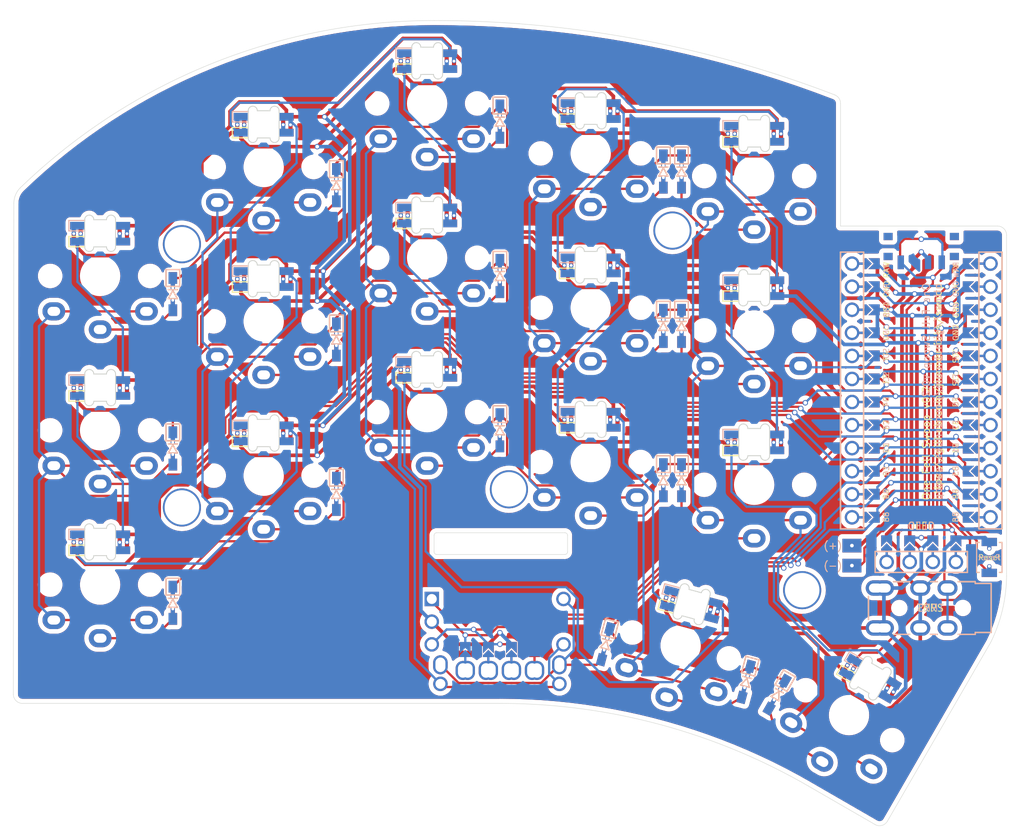
<source format=kicad_pcb>
(kicad_pcb (version 20211014) (generator pcbnew)
  (title_block (title "One Fell Swoop") (date "2021-11-12") (rev "0.2") (company "jmnw"))
  (layers (0 "F.Cu" signal) (31 "B.Cu" signal) (34 "B.Paste" user) (35 "F.Paste" user) (36 "B.SilkS" user "B.Silkscreen") (37 "F.SilkS" user "F.Silkscreen") (38 "B.Mask" user) (39 "F.Mask" user) (44 "Edge.Cuts" user))
  (net 0 "")
  (net 1 "raw")
  (net 2 "Net-(BT1-Pad2)")
  (net 3 "row0")
  (net 4 "Net-(D1-Pad2)")
  (net 5 "GND")
  (net 6 "VCC")
  (net 7 "Net-(D2-Pad2)")
  (net 8 "Net-(D3-Pad2)")
  (net 9 "Net-(D4-Pad2)")
  (net 10 "Net-(D5-Pad2)")
  (net 11 "row1")
  (net 12 "Net-(D6-Pad2)")
  (net 13 "Net-(D7-Pad2)")
  (net 14 "data")
  (net 15 "reset")
  (net 16 "Net-(D8-Pad2)")
  (net 17 "Net-(D9-Pad2)")
  (net 18 "Net-(D10-Pad2)")
  (net 19 "row2")
  (net 20 "Net-(D11-Pad2)")
  (net 21 "Net-(D12-Pad2)")
  (net 22 "Net-(D13-Pad2)")
  (net 23 "Net-(D14-Pad2)")
  (net 24 "Net-(D15-Pad2)")
  (net 25 "Net-(D16-Pad2)")
  (net 26 "row3")
  (net 27 "Net-(D17-Pad2)")
  (net 28 "er0")
  (net 29 "col2")
  (net 30 "edb")
  (net 31 "eda")
  (net 33 "Net-(L1-Pad4)")
  (net 34 "Net-(L2-Pad2)")
  (net 35 "Net-(L2-Pad4)")
  (net 36 "Net-(L3-Pad4)")
  (net 37 "Net-(L4-Pad2)")
  (net 38 "Net-(L4-Pad4)")
  (net 39 "Net-(L10-Pad2)")
  (net 40 "Net-(L11-Pad2)")
  (net 41 "Net-(L12-Pad4)")
  (net 42 "Net-(L13-Pad2)")
  (net 43 "Net-(L14-Pad4)")
  (net 44 "Net-(L10-Pad4)")
  (net 45 "Net-(L11-Pad4)")
  (net 46 "Net-(L13-Pad4)")
  (net 47 "Net-(L14-Pad2)")
  (net 48 "Net-(L15-Pad4)")
  (net 49 "led")
  (net 50 "sda")
  (net 51 "sla")
  (net 52 "unconnected-(PSW1-Pad3)")
  (net 53 "col0")
  (net 54 "col1")
  (net 55 "col3")
  (net 56 "col4")
  (net 57 "unconnected-(U1-Pad13)")
  (net 58 "unconnected-(U1-Pad14)")
  (net 59 "unconnected-(U1-Pad15)")
  (footprint "swoop:M2_hole_4.2mm" (layer "F.Cu") (at 134.229378 82.239691)
    (fp_text reference "H3" hide)
    (fp_text value "M2 Hole" hide)
  )
  (footprint "swoop:D3_SMD" (layer "F.Cu") (at 115.230378 70.239693 -90)
    (fp_text reference "D3" hide)
    (fp_text value " 1N4148W" hide)
  )
  (footprint "swoop:Choc" (layer "F.Cu") (at 107.230379 102.239688)
    (fp_text reference "SW13" hide)
    (fp_text value "Choc" hide)
  )
  (footprint "swoop:SK6812_Mini_E" (layer "F.Cu") (at 71.230381 82.680189 180)
    (fp_text reference "L1" hide)
    (fp_text value "SK6812Mini-e" hide)
    (fp_line (start 1.7 1.64) (end 1.7 -1.36) (layer "Edge.Cuts") (width 0.1))
    (fp_line (start -0.7 1.64) (end 0.7 1.64) (layer "Edge.Cuts") (width 0.1))
    (fp_line (start -0.7 -1.36) (end 0.7 -1.36) (layer "Edge.Cuts") (width 0.1))
    (fp_line (start -1.7 -1.36) (end -1.7 1.64) (layer "Edge.Cuts") (width 0.1))
    (fp_arc (start -0.7 1.64) (mid -1.2 2.14) (end -1.7 1.64) (layer "Edge.Cuts") (width 0.1))
    (fp_arc (start 0.7 -1.36) (mid 1.2 -1.86) (end 1.7 -1.36) (layer "Edge.Cuts") (width 0.1))
    (fp_arc (start -1.7 -1.36) (mid -1.2 -1.86) (end -0.7 -1.36) (layer "Edge.Cuts") (width 0.1))
    (fp_arc (start 1.7 1.64) (mid 1.2 2.14) (end 0.7 1.64) (layer "Edge.Cuts") (width 0.1))
  )
  (footprint "swoop:RollerEncoder" (layer "F.Cu") (at 115.236343 125.320312)
    (fp_text reference "EN2")
    (fp_text value "EVQWGD001")
    (fp_line (start 7.448 -7.7) (end 7.448 -9.5) (layer "Edge.Cuts") (width 0.05))
    (fp_line (start -7.248 -7.7) (end -7.248 -9.5) (layer "Edge.Cuts") (width 0.05))
    (fp_line (start 7.148 -9.8) (end -6.948 -9.8) (layer "Edge.Cuts") (width 0.05))
    (fp_line (start -6.952 -7.4) (end 7.148 -7.4) (layer "Edge.Cuts") (width 0.05))
    (fp_arc (start -6.948 -7.4) (mid -7.160132 -7.487868) (end -7.248 -7.7) (layer "Edge.Cuts") (width 0.05))
    (fp_arc (start -7.248 -9.5) (mid -7.160132 -9.712132) (end -6.948 -9.8) (layer "Edge.Cuts") (width 0.05))
    (fp_arc (start 7.448 -7.7) (mid 7.360132 -7.487868) (end 7.148 -7.4) (layer "Edge.Cuts") (width 0.05))
    (fp_arc (start 7.148 -9.8) (mid 7.360132 -9.712132) (end 7.448 -9.5) (layer "Edge.Cuts") (width 0.05))
  )
  (footprint "swoop:SK6812_Mini_E" (layer "F.Cu") (at 143.230375 71.679692 180)
    (fp_text reference "L5" hide)
    (fp_text value "SK6812Mini-e" hide)
    (fp_line (start -0.7 -1.36) (end 0.7 -1.36) (layer "Edge.Cuts") (width 0.1))
    (fp_line (start -1.7 -1.36) (end -1.7 1.64) (layer "Edge.Cuts") (width 0.1))
    (fp_line (start -0.7 1.64) (end 0.7 1.64) (layer "Edge.Cuts") (width 0.1))
    (fp_line (start 1.7 1.64) (end 1.7 -1.36) (layer "Edge.Cuts") (width 0.1))
    (fp_arc (start 0.7 -1.36) (mid 1.2 -1.86) (end 1.7 -1.36) (layer "Edge.Cuts") (width 0.1))
    (fp_arc (start -0.7 1.64) (mid -1.2 2.14) (end -1.7 1.64) (layer "Edge.Cuts") (width 0.1))
    (fp_arc (start -1.7 -1.36) (mid -1.2 -1.86) (end -0.7 -1.36) (layer "Edge.Cuts") (width 0.1))
    (fp_arc (start 1.7 1.64) (mid 1.2 2.14) (end 0.7 1.64) (layer "Edge.Cuts") (width 0.1))
  )
  (footprint "swoop:M2_hole_4.2mm" (layer "F.Cu") (at 80.230377 83.740188)
    (fp_text reference "H1" hide)
    (fp_text value "M2 Hole" hide)
  )
  (footprint "swoop:D3_SMD" (layer "F.Cu") (at 79.230378 106.240188 -90)
    (fp_text reference "D6" hide)
    (fp_text value " 1N4148W" hide)
  )
  (footprint "swoop:SK6812_Mini_E" (layer "F.Cu") (at 89.230378 70.680189 180)
    (fp_text reference "L2" hide)
    (fp_text value "SK6812Mini-e" hide)
    (fp_line (start -0.7 1.64) (end 0.7 1.64) (layer "Edge.Cuts") (width 0.1))
    (fp_line (start -1.7 -1.36) (end -1.7 1.64) (layer "Edge.Cuts") (width 0.1))
    (fp_line (start -0.7 -1.36) (end 0.7 -1.36) (layer "Edge.Cuts") (width 0.1))
    (fp_line (start 1.7 1.64) (end 1.7 -1.36) (layer "Edge.Cuts") (width 0.1))
    (fp_arc (start -0.7 1.64) (mid -1.2 2.14) (end -1.7 1.64) (layer "Edge.Cuts") (width 0.1))
    (fp_arc (start 0.7 -1.36) (mid 1.2 -1.86) (end 1.7 -1.36) (layer "Edge.Cuts") (width 0.1))
    (fp_arc (start -1.7 -1.36) (mid -1.2 -1.86) (end -0.7 -1.36) (layer "Edge.Cuts") (width 0.1))
    (fp_arc (start 1.7 1.64) (mid 1.2 2.14) (end 0.7 1.64) (layer "Edge.Cuts") (width 0.1))
  )
  (footprint "swoop:SK6812_Mini_E" (layer "F.Cu") (at 107.230377 97.679688 180)
    (fp_text reference "L13" hide)
    (fp_text value "SK6812Mini-e" hide)
    (fp_line (start -1.7 -1.36) (end -1.7 1.64) (layer "Edge.Cuts") (width 0.1))
    (fp_line (start -0.7 -1.36) (end 0.7 -1.36) (layer "Edge.Cuts") (width 0.1))
    (fp_line (start 1.7 1.64) (end 1.7 -1.36) (layer "Edge.Cuts") (width 0.1))
    (fp_line (start -0.7 1.64) (end 0.7 1.64) (layer "Edge.Cuts") (width 0.1))
    (fp_arc (start 0.7 -1.36) (mid 1.2 -1.86) (end 1.7 -1.36) (layer "Edge.Cuts") (width 0.1))
    (fp_arc (start -0.7 1.64) (mid -1.2 2.14) (end -1.7 1.64) (layer "Edge.Cuts") (width 0.1))
    (fp_arc (start 1.7 1.64) (mid 1.2 2.14) (end 0.7 1.64) (layer "Edge.Cuts") (width 0.1))
    (fp_arc (start -1.7 -1.36) (mid -1.2 -1.86) (end -0.7 -1.36) (layer "Edge.Cuts") (width 0.1))
  )
  (footprint "swoop:Choc" (layer "F.Cu") (at 153.667343 135.618309 -30)
    (fp_text reference "SW17" hide)
    (fp_text value "Choc" hide)
  )
  (footprint "swoop:Reset" (layer "F.Cu") (at 169.11018 118.242952 90)
    (fp_text reference "RSW1" hide)
    (fp_text value "Reset")
  )
  (footprint "swoop:D3_SMD" (layer "F.Cu") (at 79.230378 89.240183 -90)
    (fp_text reference "D1" hide)
    (fp_text value " 1N4148W" hide)
  )
  (footprint "swoop:SK6812_Mini_E" (layer "F.Cu") (at 107.23038 63.679687 180)
    (fp_text reference "L3" hide)
    (fp_text value "SK6812Mini-e" hide)
    (fp_line (start -1.7 -1.36) (end -1.7 1.64) (layer "Edge.Cuts") (width 0.1))
    (fp_line (start -0.7 1.64) (end 0.7 1.64) (layer "Edge.Cuts") (width 0.1))
    (fp_line (start 1.7 1.64) (end 1.7 -1.36) (layer "Edge.Cuts") (width 0.1))
    (fp_line (start -0.7 -1.36) (end 0.7 -1.36) (layer "Edge.Cuts") (width 0.1))
    (fp_arc (start 0.7 -1.36) (mid 1.2 -1.86) (end 1.7 -1.36) (layer "Edge.Cuts") (width 0.1))
    (fp_arc (start 1.7 1.64) (mid 1.2 2.14) (end 0.7 1.64) (layer "Edge.Cuts") (width 0.1))
    (fp_arc (start -0.7 1.64) (mid -1.2 2.14) (end -1.7 1.64) (layer "Edge.Cuts") (width 0.1))
    (fp_arc (start -1.7 -1.36) (mid -1.2 -1.86) (end -0.7 -1.36) (layer "Edge.Cuts") (width 0.1))
  )
  (footprint "swoop:SK6812_Mini_E" (layer "F.Cu") (at 143.230375 88.679688 180)
    (fp_text reference "L10" hide)
    (fp_text value "SK6812Mini-e" hide)
    (fp_line (start -1.7 -1.36) (end -1.7 1.64) (layer "Edge.Cuts") (width 0.1))
    (fp_line (start -0.7 -1.36) (end 0.7 -1.36) (layer "Edge.Cuts") (width 0.1))
    (fp_line (start 1.7 1.64) (end 1.7 -1.36) (layer "Edge.Cuts") (width 0.1))
    (fp_line (start -0.7 1.64) (end 0.7 1.64) (layer "Edge.Cuts") (width 0.1))
    (fp_arc (start 1.7 1.64) (mid 1.2 2.14) (end 0.7 1.64) (layer "Edge.Cuts") (width 0.1))
    (fp_arc (start -0.7 1.64) (mid -1.2 2.14) (end -1.7 1.64) (layer "Edge.Cuts") (width 0.1))
    (fp_arc (start 0.7 -1.36) (mid 1.2 -1.86) (end 1.7 -1.36) (layer "Edge.Cuts") (width 0.1))
    (fp_arc (start -1.7 -1.36) (mid -1.2 -1.86) (end -0.7 -1.36) (layer "Edge.Cuts") (width 0.1))
  )
  (footprint "jmnw:Power_reversible" (layer "F.Cu") (at 161.620406 83.990351 180)
    (fp_text reference "PSW1" hide)
    (fp_text value "Power")
  )
  (footprint "swoop:SK6812_Mini_E" (layer "F.Cu") (at 155.947342 131.669232 150)
    (fp_text reference "L17" hide)
    (fp_text value "SK6812Mini-e" hide)
    (fp_line (start -1.7 -1.36) (end -1.7 1.64) (layer "Edge.Cuts") (width 0.1))
    (fp_line (start 1.7 1.64) (end 1.7 -1.36) (layer "Edge.Cuts") (width 0.1))
    (fp_line (start -0.7 1.64) (end 0.7 1.64) (layer "Edge.Cuts") (width 0.1))
    (fp_line (start -0.7 -1.36) (end 0.7 -1.36) (layer "Edge.Cuts") (width 0.1))
    (fp_arc (start -1.7 -1.36) (mid -1.2 -1.86) (end -0.7 -1.36) (layer "Edge.Cuts") (width 0.1))
    (fp_arc (start 0.7 -1.36) (mid 1.2 -1.86) (end 1.7 -1.36) (layer "Edge.Cuts") (width 0.1))
    (fp_arc (start 1.7 1.64) (mid 1.2 2.14) (end 0.7 1.64) (layer "Edge.Cuts") (width 0.1))
    (fp_arc (start -0.7 1.64) (mid -1.2 2.14) (end -1.7 1.64) (layer "Edge.Cuts") (width 0.1))
  )
  (footprint "swoop:D3_SMD" (layer "F.Cu") (at 135.230378 109.73969 -90)
    (fp_text reference "D15" hide)
    (fp_text value " 1N4148W" hide)
  )
  (footprint "swoop:RotaryEncoder" (layer "F.Cu") (at 115.23638 125.319687)
    (fp_text reference "EN1")
    (fp_text value "RotaryEncoder_Switch")
  )
  (footprint "swoop:Choc" (layer "F.Cu") (at 125.229378 90.739686)
    (fp_text reference "SW9" hide)
    (fp_text value "Choc" hide)
  )
  (footprint "swoop:Choc" (layer "F.Cu") (at 71.230379 121.240188)
    (fp_text reference "SW11" hide)
    (fp_text value "Choc" hide)
  )
  (footprint "swoop:D3_SMD" (layer "F.Cu") (at 133.229384 75.739689 -90)
    (fp_text reference "D4" hide)
    (fp_text value " 1N4148W" hide)
  )
  (footprint "swoop:D3_SMD" (layer "F.Cu") (at 115.230382 87.239685 -90)
    (fp_text reference "D8" hide)
    (fp_text value " 1N4148W" hide)
  )
  (footprint "swoop:D3_SMD" (layer "F.Cu") (at 133.229382 92.73969 -90)
    (fp_text reference "D9" hide)
    (fp_text value " 1N4148W" hide)
  )
  (footprint "swoop:D3_SMD" (layer "F.Cu") (at 135.230385 75.739689 -90)
    (fp_text reference "D5" hide)
    (fp_text value " 1N4148W" hide)
  )
  (footprint "swoop:Choc" (layer "F.Cu") (at 143.230379 93.239692)
    (fp_text reference "SW10" hide)
    (fp_text value "Choc" hide)
  )
  (footprint "swoop:Choc" (layer "F.Cu") (at 71.230375 104.240186)
    (fp_text reference "SW6" hide)
    (fp_text value "Choc" hide)
  )
  (footprint "swoop:ProMicro_jumpers" (layer "F.Cu") (at 161.620406 99.853354)
    (fp_text reference "U1" hide)
    (fp_text value "ProMicro")
  )
  (footprint "swoop:D3_SMD" (layer "F.Cu") (at 79.230378 123.240188 -90)
    (fp_text reference "D11" hide)
    (fp_text value " 1N4148W" hide)
  )
  (footprint "swoop:Choc" (layer "F.Cu") (at 89.230381 109.24019)
    (fp_text reference "SW12" hide)
    (fp_text value "Choc" hide)
  )
  (footprint "swoop:TRRS-3pin" (layer "F.Cu") (at 167.709856 123.815053 -90)
    (fp_text reference "J1")
    (fp_text value "TRRS" hide)
  )
  (footprint "swoop:Choc" (layer "F.Cu") (at 107.230378 68.23969)
    (fp_text reference "SW3" hide)
    (fp_text value "Choc" hide)
  )
  (footprint "swoop:Choc" (layer "F.Cu") (at 143.230378 76.239688)
    (fp_text reference "SW5" hide)
    (fp_text value "Choc" hide)
  )
  (footprint "swoop:SK6812_Mini_E" (layer "F.Cu") (at 107.230376 80.679689 180)
    (fp_text reference "L8" hide)
    (fp_text value "SK6812Mini-e" hide)
    (fp_line (start -0.7 -1.36) (end 0.7 -1.36) (layer "Edge.Cuts") (width 0.1))
    (fp_line (start -0.7 1.64) (end 0.7 1.64) (layer "Edge.Cuts") (width 0.1))
    (fp_line (start 1.7 1.64) (end 1.7 -1.36) (layer "Edge.Cuts") (width 0.1))
    (fp_line (start -1.7 -1.36) (end -1.7 1.64) (layer "Edge.Cuts") (width 0.1))
    (fp_arc (start 0.7 -1.36) (mid 1.2 -1.86) (end 1.7 -1.36) (layer "Edge.Cuts") (width 0.1))
    (fp_arc (start -0.7 1.64) (mid -1.2 2.14) (end -1.7 1.64) (layer "Edge.Cuts") (width 0.1))
    (fp_arc (start -1.7 -1.36) (mid -1.2 -1.86) (end -0.7 -1.36) (layer "Edge.Cuts") (width 0.1))
    (fp_arc (start 1.7 1.64) (mid 1.2 2.14) (end 0.7 1.64) (layer "Edge.Cuts") (width 0.1))
  )
  (footprint "swoop:OLED_jumpers" (layer "F.Cu") (at 157.810584 118.743043)
    (fp_text reference "O1" hide)
    (fp_text value "OLED")
  )
  (footprint "swoop:Choc" (layer "F.Cu") (at 71.230375 87.24019)
    (fp_text reference "SW1" hide)
    (fp_text value "Choc" hide)
  )
  (footprint "swoop:Choc" (layer "F.Cu") (at 125.229376 107.73969)
    (fp_text reference "SW14" hide)
    (fp_text value "Choc" hide)
  )
  (footprint "swoop:D3_SMD" (layer "F.Cu") (at 133.229377 109.739694 -90)
    (fp_text reference "D14" hide)
    (fp_text value " 1N4148W" hide)
  )
  (footprint "swoop:D3_SMD" (layer "F.Cu") (at 126.884381 127.800688 -105)
    (fp_text reference "ED1" hide)
    (fp_text value " 1N4148W" hide)
  )
  (footprint "swoop:Choc" (layer "F.Cu") (at 89.23038 92.240185)
    (fp_text reference "SW7" hide)
    (fp_text value "Choc" hide)
  )
  (footprint "swoop:Choc" (layer "F.Cu") (at 125.229381 73.739691)
    (fp_text reference "SW4" hide)
    (fp_text value "Choc" hide)
  )
  (footprint "swoop:D3_SMD" (layer "F.Cu") (at 97.230374 94.24019 -90)
    (fp_text reference "D7" hide)
    (fp_text value " 1N4148W" hide)
  )
  (footprint "swoop:SK6812_Mini_E" (layer "F.Cu") (at 71.230376 116.680187 180)
    (fp_text reference "L11" hide)
    (fp_text value "SK6812Mini-e" hide)
    (fp_line (start 1.7 1.64) (end 1.7 -1.36) (layer "Edge.Cuts") (width 0.1))
    (fp_line (start -1.7 -1.36) (end -1.7 1.64) (layer "Edge.Cuts") (width 0.1))
    (fp_line (start -0.7 1.64) (end 0.7 1.64) (layer "Edge.Cuts") (width 0.1))
    (fp_line (start -0.7 -1.36) (end 0.7 -1.36) (layer "Edge.Cuts") (width 0.1))
    (fp_arc (start -0.7 1.64) (mid -1.2 2.14) (end -1.7 1.64) (layer "Edge.Cuts") (width 0.1))
    (fp_arc (start -1.7 -1.36) (mid -1.2 -1.86) (end -0.7 -1.36) (layer "Edge.Cuts") (width 0.1))
    (fp_arc (start 1.7 1.64) (mid 1.2 2.14) (end 0.7 1.64) (layer "Edge.Cuts") (width 0.1))
    (fp_arc (start 0.7 -1.36) (mid 1.2 -1.86) (end 1.7 -1.36) (layer "Edge.Cuts") (width 0.1))
  )
  (footprint "swoop:D3_SMD" (layer "F.Cu") (at 97.230377 111.240192 -90)
    (fp_text reference "D12" hide)
    (fp_text value " 1N4148W" hide)
  )
  (footprint "swoop:M2_hole_4.2mm" (layer "F.Cu") (at 80.230376 112.740186)
    (fp_text reference "H2" hide)
    (fp_text value "M2 Hole" hide)
  )
  (footprint "swoop:Choc" (layer "F.Cu") (at 135.129421 127.93939 -15)
    (fp_text reference "SW16" hide)
    (fp_text value "Choc" hide)
  )
  (footprint "swoop:Choc" (layer "F.Cu") (at 107.230378 85.239687)
    (fp_text reference "SW8" hide)
    (fp_text value "Choc" hide)
  )
  (footprint "swoop:SK6812_Mini_E" (layer "F.Cu") (at 136.309637 123.53477 165)
    (fp_text reference "L16" hide)
    (fp_text value "SK6812Mini-e" hide)
    (fp_line (start 1.7 1.64) (end 1.7 -1.36) (layer "Edge.Cuts") (width 0.1))
    (fp_line (start -0.7 -1.36) (end 0.7 -1.36) (layer "Edge.Cuts") (width 0.1))
    (fp_line (start -0.7 1.64) (end 0.7 1.64) (layer "Edge.Cuts") (width 0.1))
    (fp_line (start -1.7 -1.36) (end -1.7 1.64) (layer "Edge.Cuts") (width 0.1))
    (fp_arc (start -0.7 1.64) (mid -1.2 2.14) (end -1.7 1.64) (layer "Edge.Cuts") (width 0.1))
    (fp_arc (start 1.7 1.64) (mid 1.2 2.14) (end 0.7 1.64) (layer "Edge.Cuts") (width 0.1))
    (fp_arc (start 0.7 -1.36) (mid 1.2 -1.86) (end 1.7 -1.36) (layer "Edge.Cuts") (width 0.1))
    (fp_arc (start -1.7 -1.36) (mid -1.2 -1.86) (end -0.7 -1.36) (layer "Edge.Cuts") (width 0.1))
  )
  (footprint "jmnw:sk6812_mini_e_rev" (layer "F.Cu") (at 125.229375 103.179691 180)
    (fp_text reference "L14" hide)
    (fp_text value "SK6812Mini-e" hide)
    (fp_line (start 1.7 1.64) (end 1.7 -1.36) (layer "Edge.Cuts") (width 0.1))
    (fp_line (start -0.7 1.64) (end 0.7 1.64) (layer "Edge.Cuts") (width 0.1))
    (fp_line (start -1.7 -1.36) (end -1.7 1.64) (layer "Edge.Cuts") (width 0.1))
    (fp_line (start -0.7 -1.36) (end 0.7 -1.36) (layer "Edge.Cuts") (width 0.1))
    (fp_arc (start -1.7 -1.36) (mid -1.2 -1.86) (end -0.7 -1.36) (layer "Edge.Cuts") (width 0.1))
    (fp_arc (start -0.7 1.64) (mid -1.2 2.14) (end -1.7 1.64) (layer "Edge.Cuts") (width 0.1))
    (fp_arc (start 0.7 -1.36) (mid 1.2 -1.86) (end 1.7 -1.36) (layer "Edge.Cuts") (width 0.1))
    (fp_arc (start 1.7 1.64) (mid 1.2 2.14) (end 0.7 1.64) (layer "Edge.Cuts") (width 0.1))
  )
  (footprint "swoop:M2_hole_4.2mm" (layer "F.Cu") (at 116.230379 110.739686)
    (fp_text reference "H4" hide)
    (fp_text value "M2 Hole" hide)
  )
  (footprint "swoop:D3_SMD" (layer "F.Cu") (at 115.230379 104.239689 -90)
    (fp_text reference "D13" hide)
    (fp_text value " 1N4148W" hide)
  )
  (footprint "swoop:Battery_pads" (layer "F.Cu") (at 153.987579 118.041539 -90)
    (fp_text reference "BT1" hide)
    (fp_text value "Battery")
  )
  (footprint "swoop:SK6812_Mini_E" (layer "F.Cu") (at 143.230378 105.679689 180)
    (fp_text reference "L15" hide)
    (fp_text value "SK6812Mini-e" hide)
    (fp_line (start -1.7 -1.36) (end -1.7 1.64) (layer "Edge.Cuts") (width 0.1))
    (fp_line (start 1.7 1.64) (end 1.7 -1.36) (layer "Edge.Cuts") (width 0.1))
    (fp_line (start -0.7 1.64) (end 0.7 1.64) (layer "Edge.Cuts") (width 0.1))
    (fp_line (start -0.7 -1.36) (end 0.7 -1.36) (layer "Edge.Cuts") (width 0.1))
    (fp_arc (start 0.7 -1.36) (mid 1.2 -1.86) (end 1.7 -1.36) (layer "Edge.Cuts") (width 0.1))
    (fp_arc (start -0.7 1.64) (mid -1.2 2.14) (end -1.7 1.64) (layer "Edge.Cuts") (width 0.1))
    (fp_arc (start 1.7 1.64) (mid 1.2 2.14) (end 0.7 1.64) (layer "Edge.Cuts") (width 0.1))
    (fp_arc (start -1.7 -1.36) (mid -1.2 -1.86) (end -0.7 -1.36) (layer "Edge.Cuts") (width 0.1))
  )
  (footprint "swoop:SK6812_Mini_E" (layer "F.Cu") (at 125.22938 86.179692 180)
    (fp_text reference "L9" hide)
    (fp_text value "SK6812Mini-e" hide)
    (fp_line (start -1.7 -1.36) (end -1.7 1.64) (layer "Edge.Cuts") (width 0.1))
    (fp_line (start -0.7 1.64) (end 0.7 1.64) (layer "Edge.Cuts") (width 0.1))
    (fp_line (start -0.7 -1.36) (end 0.7 -1.36) (layer "Edge.Cuts") (width 0.1))
    (fp_line (start 1.7 1.64) (end 1.7 -1.36) (layer "Edge.Cuts") (width 0.1))
    (fp_arc (start 1.7 1.64) (mid 1.2 2.14) (end 0.7 1.64) (layer "Edge.Cuts") (width 0.1))
    (fp_arc (start 0.7 -1.36) (mid 1.2 -1.86) (end 1.7 -1.36) (layer "Edge.Cuts") (width 0.1))
    (fp_arc (start -0.7 1.64) (mid -1.2 2.14) (end -1.7 1.64) (layer "Edge.Cuts") (width 0.1))
    (fp_arc (start -1.7 -1.36) (mid -1.2 -1.86) (end -0.7 -1.36) (layer "Edge.Cuts") (width 0.1))
  )
  (footprint "swoop:M2_hole_4.2mm" (layer "F.Cu") (at 148.511536 121.850121)
    (fp_text reference "H4" hide)
    (fp_text value "M2 Hole" hide)
  )
  (footprint "swoop:SK6812_Mini_E" (layer "F.Cu") (at 125.229378 69.179692 180)
    (fp_text reference "L4" hide)
    (fp_text value "SK6812Mini-e" hide)
    (fp_line (start -0.7 -1.36) (end 0.7 -1.36) (layer "Edge.Cuts") (width 0.1))
    (fp_line (start -1.7 -1.36) (end -1.7 1.64) (layer "Edge.Cuts") (width 0.1))
    (fp_line (start -0.7 1.64) (end 0.7 1.64) (layer "Edge.Cuts") (width 0.1))
    (fp_line (start 1.7 1.64) (end 1.7 -1.36) (layer "Edge.Cuts") (width 0.1))
    (fp_arc (start -1.7 -1.36) (mid -1.2 -1.86) (end -0.7 -1.36) (layer "Edge.Cuts") (width 0.1))
    (fp_arc (start 1.7 1.64) (mid 1.2 2.14) (end 0.7 1.64) (layer "Edge.Cuts") (width 0.1))
    (fp_arc (start 0.7 -1.36) (mid 1.2 -1.86) (end 1.7 -1.36) (layer "Edge.Cuts") (width 0.1))
    (fp_arc (start -0.7 1.64) (mid -1.2 2.14) (end -1.7 1.64) (layer "Edge.Cuts") (width 0.1))
  )
  (footprint "swoop:SK6812_Mini_E" (layer "F.Cu") (at 89.230375 87.68019 180)
    (fp_text reference "L7" hide)
    (fp_text value "SK6812Mini-e" hide)
    (fp_line (start 1.7 1.64) (end 1.7 -1.36) (layer "Edge.Cuts") (width 0.1))
    (fp_line (start -1.7 -1.36) (end -1.7 1.64) (layer "Edge.Cuts") (width 0.1))
    (fp_line (start -0.7 -1.36) (end 0.7 -1.36) (layer "Edge.Cuts") (width 0.1))
    (fp_line (start -0.7 1.64) (end 0.7 1.64) (layer "Edge.Cuts") (width 0.1))
    (fp_arc (start 1.7 1.64) (mid 1.2 2.14) (end 0.7 1.64) (layer "Edge.Cuts") (width 0.1))
    (fp_arc (start -1.7 -1.36) (mid -1.2 -1.86) (end -0.7 -1.36) (layer "Edge.Cuts") (width 0.1))
    (fp_arc (start -0.7 1.64) (mid -1.2 2.14) (end -1.7 1.64) (layer "Edge.Cuts") (width 0.1))
    (fp_arc (start 0.7 -1.36) (mid 1.2 -1.86) (end 1.7 -1.36) (layer "Edge.Cuts") (width 0.1))
  )
  (footprint "swoop:D3_SMD" (layer "F.Cu") (at 97.230377 77.240194 -90)
    (fp_text reference "D2" hide)
    (fp_text value " 1N4148W" hide)
  )
  (footprint "swoop:D3_SMD" (layer "F.Cu") (at 145.758055 133.358195 -120)
    (fp_text reference "D17" hide)
    (fp_text value " 1N4148W" hide)
  )
  (footprint "swoop:D3_SMD" (layer "F.Cu") (at 142.339189 131.941794 -105)
    (fp_text reference "D16" hide)
    (fp_text value " 1N4148W" hide)
  )
  (footprint "swoop:Choc" (layer "F.Cu") (at 143.230382 110.239687)
    (fp_text reference "SW15" hide)
    (fp_text value "Choc" hide)
  )
  (footprint "swoop:D3_SMD" (layer "F.Cu") (at 135.230377 92.739691 -90)
    (fp_text reference "D10" hide)
    (fp_text value " 1N4148W" hide)
  )
  (footprint "swoop:SK6812_Mini_E" (layer "F.Cu") (at 71.230377 99.680189 180)
    (fp_text reference "L6" hide)
    (fp_text value "SK6812Mini-e" hide)
    (fp_line (start -1.7 -1.36) (end -1.7 1.64) (layer "Edge.Cuts") (width 0.1))
    (fp_line (start -0.7 1.64) (end 0.7 1.64) (layer "Edge.Cuts") (width 0.1))
    (fp_line (start -0.7 -1.36) (end 0.7 -1.36) (layer "Edge.Cuts") (width 0.1))
    (fp_line (start 1.7 1.64) (end 1.7 -1.36) (layer "Edge.Cuts") (width 0.1))
    (fp_arc (start -0.7 1.64) (mid -1.2 2.14) (end -1.7 1.64) (layer "Edge.Cuts") (width 0.1))
    (fp_arc (start -1.7 -1.36) (mid -1.2 -1.86) (end -0.7 -1.36) (layer "Edge.Cuts") (width 0.1))
    (fp_arc (start 1.7 1.64) (mid 1.2 2.14) (end 0.7 1.64) (layer "Edge.Cuts") (width 0.1))
    (fp_arc (start 0.7 -1.36) (mid 1.2 -1.86) (end 1.7 -1.36) (layer "Edge.Cuts") (width 0.1))
  )
  (footprint "swoop:SK6812_Mini_E" (layer "F.Cu") (at 89.230378 104.680186 180)
    (fp_text reference "L12" hide)
    (fp_text value "SK6812Mini-e" hide)
    (fp_line (start -0.7 -1.36) (end 0.7 -1.36) (layer "Edge.Cuts") (width 0.1))
    (fp_line (start -1.7 -1.36) (end -1.7 1.64) (layer "Edge.Cuts") (width 0.1))
    (fp_line (start 1.7 1.64) (end 1.7 -1.36) (layer "Edge.Cuts") (width 0.1))
    (fp_line (start -0.7 1.64) (end 0.7 1.64) (layer "Edge.Cuts") (width 0.1))
    (fp_arc (start 1.7 1.64) (mid 1.2 2.14) (end 0.7 1.64) (layer "Edge.Cuts") (width 0.1))
    (fp_arc (start 0.7 -1.36) (mid 1.2 -1.86) (end 1.7 -1.36) (layer "Edge.Cuts") (width 0.1))
    (fp_arc (start -1.7 -1.36) (mid -1.2 -1.86) (end -0.7 -1.36) (layer "Edge.Cuts") (width 0.1))
    (fp_arc (start -0.7 1.64) (mid -1.2 2.14) (end -1.7 1.64) (layer "Edge.Cuts") (width 0.1))
  )
  (footprint "swoop:Choc" (layer "F.Cu") (at 89.230376 75.24019)
    (fp_text reference "SW2" hide)
    (fp_text value "Choc" hide)
  )
  (gr_line (start 152.72988 81.739938) (end 170.010878 81.739942) (layer "Edge.Cuts") (width 0.05))
  (gr_line (start 61.730936 79.241142) (end 61.676804 133.320046) (layer "Edge.Cuts") (width 0.05))
  (gr_line (start 152.72988 81.739938) (end 152.729879 68.239356) (layer "Edge.Cuts") (width 0.05))
  (gr_line (start 171.010881 82.739938) (end 171.010776 120.280504) (layer "Edge.Cuts") (width 0.05))
  (gr_arc (start 61.730936 79.241142) (mid 61.910401 78.324002) (end 62.422377 77.542187) (layer "Edge.Cuts") (width 0.05))
  (gr_arc (start 62.676806 134.320048) (mid 61.969699 134.027153) (end 61.676804 133.320046) (layer "Edge.Cuts") (width 0.05))
  (gr_line (start 115.236602 134.320049) (end 62.676806 134.320048) (layer "Edge.Cuts") (width 0.05))
  (gr_line (start 156.528975 147.662282) (end 149.167939 143.412383) (layer "Edge.Cuts") (width 0.05))
  (gr_arc (start 108.005763 59.105324) (mid 130.436667 61.171934) (end 152.112375 67.302189) (layer "Edge.Cuts") (width 0.05))
  (gr_arc (start 170.010878 81.739942) (mid 170.717986 82.032832) (end 171.010881 82.739938) (layer "Edge.Cuts") (width 0.05))
  (gr_arc (start 115.236602 134.320049) (mid 132.800814 136.632536) (end 149.167939 143.412383) (layer "Edge.Cuts") (width 0.05))
  (gr_arc (start 152.112375 67.302189) (mid 152.565392 67.675715) (end 152.729879 68.239356) (layer "Edge.Cuts") (width 0.05))
  (gr_arc (start 157.895001 147.296253) (mid 157.287795 147.762181) (end 156.528975 147.662282) (layer "Edge.Cuts") (width 0.05))
  (gr_arc (start 171.010776 120.280504) (mid 170.553689 124.041852) (end 169.264083 127.604657) (layer "Edge.Cuts") (width 0.05))
  (gr_line (start 157.895001 147.296253) (end 169.264083 127.604657) (layer "Edge.Cuts") (width 0.05))
  (gr_arc (start 62.422377 77.542187) (mid 83.420394 63.889062) (end 108.005763 59.105324) (layer "Edge.Cuts") (width 0.05))
  (gr_text "One Fell Swoop v0.2\nhttps://github.com/jimmerricks/swoop" (at 162.81416 87.954156 90) (layer "B.SilkS") (effects (font (size 0.8 0.8) (thickness 0.1)) (justify left mirror)))
  (gr_text "One Fell Swoop v0.2\nhttps://github.com/jimmerricks/swoop" (at 162.81416 112.014155 90) (layer "F.SilkS") (effects (font (size 0.8 0.8) (thickness 0.1)) (justify left)))
  (segment (start 156.794407 87.058362) (end 156.794415 85.883355) (width 0.4) (layer "F.Cu") (net 1))
  (segment (start 158.794408 89.058355) (end 156.794407 87.058362) (width 0.4) (layer "F.Cu") (net 1))
  (segment (start 153.987584 116.941541) (end 154.88736 116.941546) (width 0.4) (layer "F.Cu") (net 1))
  (segment (start 154.88736 116.941546) (end 157.006029 114.822878) (width 0.4) (layer "F.Cu") (net 1))
  (segment (start 157.209889 114.822873) (end 159.49392 112.538845) (width 0.4) (layer "F.Cu") (net 1))
  (segment (start 159.49392 112.538845) (end 159.49392 90.611688) (width 0.4) (layer "F.Cu") (net 1))
  (segment (start 160.881088 89.224518) (end 159.49392 90.611688) (width 0.4) (layer "F.Cu") (net 1))
  (segment (start 160.881089 89.224523) (end 160.881089 89.222876) (width 0.4) (layer "F.Cu") (net 1))
  (segment (start 160.881089 89.222876) (end 160.881088 89.224518) (width 0.4) (layer "F.Cu") (net 1))
  (segment (start 157.006029 114.822878) (end 157.209889 114.822873) (width 0.4) (layer "F.Cu") (net 1))
  (via (at 153.987584 116.941541) (size 0.8) (drill 0.4) (layers "F.Cu" "B.Cu") (net 1))
  (via (at 158.794408 89.058355) (size 0.6) (drill 0.4) (layers "F.Cu" "B.Cu") (net 1))
  (via (at 160.881089 89.222876) (size 0.6) (drill 0.4) (layers "F.Cu" "B.Cu") (net 1))
  (segment (start 160.881089 89.222876) (end 158.958925 89.222877) (width 0.4) (layer "B.Cu") (net 1))
  (segment (start 158.958925 89.222877) (end 158.794408 89.058355) (width 0.4) (layer "B.Cu") (net 1))
  (segment (start 165.680311 86.649457) (end 166.446416 85.883353) (width 0.4) (layer "B.Cu") (net 1))
  (segment (start 165.680308 88.325196) (end 165.680311 86.649457) (width 0.4) (layer "B.Cu") (net 1))
  (segment (start 164.782645 89.222868) (end 165.680308 88.325196) (width 0.4) (layer "B.Cu") (net 1))
  (segment (start 164.782645 89.222868) (end 160.881089 89.222876) (width 0.4) (layer "B.Cu") (net 1))
  (segment (start 153.98758 119.141542) (end 154.922421 119.141539) (width 0.25) (layer "F.Cu") (net 2))
  (segment (start 155.362093 117.208599) (end 157.22329 115.347392) (width 0.25) (layer "F.Cu") (net 2))
  (segment (start 157.427158 115.347393) (end 160.01844 112.756107) (width 0.25) (layer "F.Cu") (net 2))
  (segment (start 162.900579 88.099386) (end 162.900579 87.413209) (width 0.25) (layer "F.Cu") (net 2))
  (segment (start 154.922421 119.141539) (end 155.36209 118.701874) (width 0.25) (layer "F.Cu") (net 2))
  (segment (start 155.36209 118.701874) (end 155.362093 117.208599) (width 0.25) (layer "F.Cu") (net 2))
  (segment (start 163.878894 86.434891) (end 162.900579 87.413209) (width 0.25) (layer "F.Cu") (net 2))
  (segment (start 160.01844 112.756107) (end 160.018439 90.981524) (width 0.25) (layer "F.Cu") (net 2))
  (segment (start 163.878892 85.740165) (end 163.878894 86.434891) (width 0.25) (layer "F.Cu") (net 2))
  (segment (start 160.018439 90.981524) (end 162.900579 88.099386) (width 0.25) (layer "F.Cu") (net 2))
  (segment (start 157.22329 115.347392) (end 157.427158 115.347393) (width 0.25) (layer "F.Cu") (net 2))
  (via (at 153.98758 119.141542) (size 0.8) (drill 0.4) (layers "F.Cu" "B.Cu") (net 2))
  (via (at 162.900579 87.413209) (size 0.6) (drill 0.4) (layers "F.Cu" "B.Cu") (net 2))
  (segment (start 161.051926 87.413198) (end 162.900579 87.413209) (width 0.25) (layer "B.Cu") (net 2))
  (segment (start 159.378888 85.740163) (end 161.051926 87.413198) (width 0.25) (layer "B.Cu") (net 2))
  (segment (start 133.229383 73.964688) (end 135.230386 73.96469) (width 0.25) (layer "F.Cu") (net 3))
  (segment (start 98.029899 76.264713) (end 97.230378 75.465193) (width 0.25) (layer "F.Cu") (net 3))
  (segment (start 101.230402 70.81517) (end 112.879902 70.815168) (width 0.25) (layer "F.Cu") (net 3))
  (segment (start 116.029899 72.994689) (end 119.350381 76.315173) (width 0.25) (layer "F.Cu") (net 3))
  (segment (start 158.174506 99.868442) (end 153.275501 99.868442) (width 0.25) (layer "F.Cu") (net 3))
  (segment (start 166.081414 101.123359) (end 165.446412 100.488353) (width 0.25) (layer "F.Cu") (net 3))
  (segment (start 84.932251 82.46709) (end 95.362424 82.46709) (width 0.25) (layer "F.Cu") (net 3))
  (segment (start 116.029897 69.264213) (end 116.029899 72.994689) (width 0.25) (layer "F.Cu") (net 3))
  (segment (start 79.230377 87.465183) (end 79.934158 87.465184) (width 0.25) (layer "F.Cu") (net 3))
  (segment (start 152.545501 89.800226) (end 150.095501 87.350225) (width 0.25) (layer "F.Cu") (net 3))
  (segment (start 142.355501 78.608442) (end 137.711748 73.964689) (width 0.25) (layer "F.Cu") (net 3))
  (segment (start 115.230377 68.464693) (end 116.029897 69.264213) (width 0.25) (layer "F.Cu") (net 3))
  (segment (start 95.362424 82.46709) (end 98.029897 79.799615) (width 0.25) (layer "F.Cu") (net 3))
  (segment (start 98.029897 79.799615) (end 98.029899 76.264713) (width 0.25) (layer "F.Cu") (net 3))
  (segment (start 97.230377 74.815195) (end 101.230402 70.81517) (width 0.25) (layer "F.Cu") (net 3))
  (segment (start 149.215501 78.608442) (end 142.355501 78.608442) (width 0.25) (layer "F.Cu") (net 3))
  (segment (start 137.711748 73.964689) (end 135.230386 73.96469) (width 0.25) (layer "F.Cu") (net 3))
  (segment (start 79.934158 87.465184) (end 84.932251 82.46709) (width 0.25) (layer "F.Cu") (net 3))
  (segment (start 112.879902 70.815168) (end 115.230377 68.464693) (width 0.25) (layer "F.Cu") (net 3))
  (segment (start 153.275501 99.868442) (end 152.545501 99.138442) (width 0.25) (layer "F.Cu") (net 3))
  (segment (start 166.446415 101.123361) (end 166.081414 101.123359) (width 0.25) (layer "F.Cu") (net 3))
  (segment (start 150.095501 87.350225) (end 150.0955 79.488442) (width 0.25) (layer "F.Cu") (net 3))
  (segment (start 152.545501 99.138442) (end 152.545501 89.800226) (width 0.25) (layer "F.Cu") (net 3))
  (segment (start 150.0955 79.488442) (end 149.215501 78.608442) (width 0.25) (layer "F.Cu") (net 3))
  (segment (start 119.350381 76.315173) (end 130.8789 76.315173) (width 0.25) (layer "F.Cu") (net 3))
  (segment (start 97.230378 75.465193) (end 97.230377 74.815195) (width 0.25) (layer "F.Cu") (net 3))
  (segment (start 158.794421 100.488356) (end 158.174506 99.868442) (width 0.25) (layer "F.Cu") (net 3))
  (segment (start 130.8789 76.315173) (end 133.229383 73.964688) (width 0.25) (layer "F.Cu") (net 3))
  (via (at 165.446412 100.488353) (size 0.6) (drill 0.4) (layers "F.Cu" "B.Cu") (net 3))
  (via (at 158.794421 100.488356) (size 0.6) (drill 0.4) (layers "F.Cu" "B.Cu") (net 3))
  (segment (start 165.446412 100.488353) (end 157.42941 100.488356) (width 0.25) (layer "B.Cu") (net 3))
  (segment (start 157.42941 100.488356) (end 156.79441 101.123359) (width 0.25) (layer "B.Cu") (net 3))
  (segment (start 77.105374 93.140189) (end 79.230378 91.015185) (width 0.25) (layer "F.Cu") (net 4))
  (segment (start 71.230377 93.140188) (end 77.105374 93.140189) (width 0.25) (layer "F.Cu") (net 4))
  (segment (start 104.730377 98.454688) (end 103.670647 98.454688) (width 0.4) (layer "F.Cu") (net 5))
  (segment (start 86.73038 106.099969) (end 87.626686 106.996277) (width 0.4) (layer "F.Cu") (net 5))
  (segment (start 166.446416 90.963352) (end 166.44641 93.50335) (width 0.4) (layer "F.Cu") (net 5))
  (segment (start 86.730379 105.455188) (end 86.73038 106.099969) (width 0.4) (layer "F.Cu") (net 5))
  (segment (start 104.730378 81.454689) (end 104.730377 82.119968) (width 0.4) (layer "F.Cu") (net 5))
  (segment (start 95.129057 106.996277) (end 87.626686 106.996277) (width 0.4) (layer "F.Cu") (net 5))
  (segment (start 150.62002 76.052961) (end 150.62002 87.132962) (width 0.4) (layer "F.Cu") (net 5))
  (segment (start 82.425959 91.699876) (end 85.670645 88.45519) (width 0.4) (layer "F.Cu") (net 5))
  (segment (start 113.966346 127.804312) (end 115.236344 126.53431) (width 0.4) (layer "F.Cu") (net 5))
  (segment (start 105.606189 82.99578) (end 104.727499 82.11709) (width 0.4) (layer "F.Cu") (net 5))
  (segment (start 75.409349 101.996279) (end 82.425959 94.979669) (width 0.4) (layer "F.Cu") (net 5))
  (segment (start 123.607499 105.517089) (end 139.792777 105.517089) (width 0.4) (layer "F.Cu") (net 5))
  (segment (start 160.878895 86.244888) (end 159.665577 87.458198) (width 0.4) (layer "F.Cu") (net 5))
  (segment (start 153.1755 89.688442) (end 155.529318 89.688442) (width 0.4) (layer "F.Cu") (net 5))
  (segment (start 103.670649 64.454685) (end 95.129056 72.996279) (width 0.4) (layer "F.Cu") (net 5))
  (segment (start 140.730375 72.454691) (end 140.730374 73.153315) (width 0.4) (layer "F.Cu") (net 5))
  (segment (start 148.562842 73.995783) (end 150.62002 76.052961) (width 0.4) (layer "F.Cu") (net 5))
  (segment (start 160.878893 85.340174) (end 161.628901 84.590172) (width 0.4) (layer "F.Cu") (net 5))
  (segment (start 86.730373 89.169966) (end 87.55669 89.99628) (width 0.4) (layer "F.Cu") (net 5))
  (segment (start 138.840174 126.614573) (end 134.17222 125.363798) (width 0.4) (layer "F.Cu") (net 5))
  (segment (start 104.730376 99.109969) (end 104.730377 98.454688) (width 0.4) (layer "F.Cu") (net 5))
  (segment (start 105.627497 100.007088) (end 104.730376 99.109969) (width 0.4) (layer "F.Cu") (net 5))
  (segment (start 157.81058 116.069044) (end 159.094819 117.353281) (width 0.4) (layer "F.Cu") (net 5))
  (segment (start 148.91895 126.614573) (end 138.840174 126.614573) (width 0.4) (layer "F.Cu") (net 5))
  (segment (start 118.696189 82.995779) (end 105.606189 82.99578) (width 0.4) (layer "F.Cu") (net 5))
  (segment (start 156.794414 89.463356) (end 158.294413 90.963355) (width 0.4) (layer "F.Cu") (net 5))
  (segment (start 122.68937 103.954689) (end 118.741769 100.00709) (width 0.4) (layer "F.Cu") (net 5))
  (segment (start 161.234732 121.615053) (end 159.094824 119.475145) (width 0.4) (layer "F.Cu") (net 5))
  (segment (start 123.596191 88.495781) (end 122.729378 87.628971) (width 0.4) (layer "F.Cu") (net 5))
  (segment (start 95.129056 72.996279) (end 87.606688 72.99628) (width 0.4) (layer "F.Cu") (net 5))
  (segment (start 155.529318 89.688442) (end 156.794405 88.423354) (width 0.4) (layer "F.Cu") (net 5))
  (segment (start 160.878884 85.740167) (end 160.878895 86.244888) (width 0.4) (layer "F.Cu") (net 5))
  (segment (start 85.670654 105.455187) (end 80.885165 110.240674) (width 0.4) (layer "F.Cu") (net 5))
  (segment (start 158.376604 134.757984) (end 161.509856 131.624732) (width 0.4) (layer "F.Cu") (net 5))
  (segment (start 122.729379 69.95469) (end 122.5051 69.954691) (width 0.4) (layer "F.Cu") (net 5))
  (segment (start 159.665567 89.592188) (end 158.294413 90.963355) (width 0.4) (layer "F.Cu") (net 5))
  (segment (start 159.665577 87.458198) (end 159.665567 89.592188) (width 0.4) (layer "F.Cu") (net 5))
  (segment (start 85.670645 71.455189) (end 82.425954 74.699879) (width 0.4) (layer "F.Cu") (net 5))
  (segment (start 86.730378 72.119969) (end 86.730378 71.455189) (width 0.4) (layer "F.Cu") (net 5))
  (segment (start 118.577498 66.027089) (end 105.657498 66.02709) (width 0.4) (layer "F.Cu") (net 5))
  (segment (start 68.730378 101.109969) (end 69.616687 101.996279) (width 0.4) (layer "F.Cu") (net 5))
  (segment (start 82.425954 74.699879) (end 82.425954 77.978634) (width 0.4) (layer "F.Cu") (net 5))
  (segment (start 153.394778 131.090402) (end 148.91895 126.614573) (width 0.4) (layer "F.Cu") (net 5))
  (segment (start 140.730376 89.454685) (end 140.69037 89.454687) (width 0.4) (layer "F.Cu") (net 5))
  (segment (start 133.5296 124.250748) (end 133.694237 123.636315) (width 0.4) (layer "F.Cu") (net 5))
  (segment (start 141.572841 73.995782) (end 148.562842 73.995783) (width 0.4) (layer "F.Cu") (net 5))
  (segment (start 122.729375 103.95469) (end 122.729374 104.638966) (width 0.4) (layer "F.Cu") (net 5))
  (segment (start 68.730379 118.139968) (end 68.730377 117.455187) (width 0.4) (layer "F.Cu") (net 5))
  (segment (start 161.509854 121.61505) (end 161.234732 121.615053) (width 0.4) (layer "F.Cu") (net 5))
  (segment (start 82.425959 94.979669) (end 82.425959 91.699876) (width 0.4) (layer "F.Cu") (net 5))
  (segment (start 110.221004 127.804312) (end 113.966346 127.804312) (width 0.4) (layer "F.Cu") (net 5))
  (segment (start 122.72938 86.954691) (end 122.6551 86.954692) (width 0.4) (layer "F.Cu") (net 5))
  (segment (start 80.885165 110.240674) (end 79.195045 110.240675) (width 0.4) (layer "F.Cu") (net 5))
  (segment (start 104.730377 82.119968) (end 105.606189 82.99578) (width 0.4) (layer "F.Cu") (net 5))
  (segment (start 157.810577 115.705756) (end 160.542961 112.973373) (width 0.4) (layer "F.Cu") (net 5))
  (segment (start 103.670647 98.454688) (end 95.129057 106.996277) (width 0.4) (layer "F.Cu") (net 5))
  (segment (start 73.99831 118.996278) (end 69.586688 118.996277) (width 0.4) (layer "F.Cu") (net 5))
  (segment (start 68.730381 83.455189) (end 68.730381 84.119973) (width 0.4) (layer "F.Cu") (net 5))
  (segment (start 104.730379 64.454686) (end 103.670649 64.454685) (width 0.4) (layer "F.Cu") (net 5))
  (segment (start 82.425954 77.978634) (end 75.408309 84.996279) (width 0.4) (layer "F.Cu") (net 5))
  (segment (start 140.69037 89.454687) (end 139.731465 88.495783) (width 0.4) (layer "F.Cu") (net 5))
  (segment (start 104.73038 65.099971) (end 104.730379 64.454686) (width 0.4) (layer "F.Cu") (net 5))
  (segment (start 157.810584 116.069044) (end 157.810577 115.705756) (width 0.4) (layer "F.Cu") (net 5))
  (segment (start 79.195045 110.240675) (end 77.730866 111.704855) (width 0.4) (layer "F.Cu") (net 5))
  (segment (start 103.670646 81.454687) (end 95.129054 89.99628) (width 0.4) (layer "F.Cu") (net 5))
  (segment (start 107.736382 125.319688) (end 110.221004 127.804312) (width 0.4) (layer "F.Cu") (net 5))
  (segment (start 77.730867 115.26372) (end 73.99831 118.996278) (width 0.4) (layer "F.Cu") (net 5))
  (segment (start 153.05398 131.680684) (end 153.368574 132.854771) (width 0.4) (layer "F.Cu") (net 5))
  (segment (start 87.606688 72.99628) (end 86.730378 72.119969) (width 0.4) (layer "F.Cu") (net 5))
  (segment (start 87.55669 89.99628) (end 95.129054 89.99628) (width 0.4) (layer "F.Cu") (net 5))
  (segment (start 122.6551 86.954692) (end 118.696189 82.995779) (width 0.4) (layer "F.Cu") (net 5))
  (segment (start 86.730378 71.455189) (end 85.670645 71.455189) (width 0.4) (layer "F.Cu") (net 5))
  (segment (start 157.20758 135.071223) (end 158.376604 134.757984) (width 0.4) (layer "F.Cu") (net 5))
  (segment (start 140.730374 73.153315) (end 141.572841 73.995782) (width 0.4) (layer "F.Cu") (net 5))
  (segment (start 122.729375 103.95469) (end 122.68937 103.954689) (width 0.4) (layer "F.Cu") (net 5))
  (segment (start 139.731465 88.495783) (end 123.596191 88.495781) (width 0.4) (layer "F.Cu") (net 5))
  (segment (start 77.730866 111.704855) (end 77.730867 115.26372) (width 0.4) (layer "F.Cu") (net 5))
  (segment (start 68.730376 100.455188) (end 68.730378 101.109969) (width 0.4) (layer "F.Cu") (net 5))
  (segment (start 118.741769 100.00709) (end 105.627497 100.007088) (width 0.4) (layer "F.Cu") (net 5))
  (segment (start 166.446418 91.233355) (end 165.446412 92.233365) (width 0.4) (layer "F.Cu") (net 5))
  (segment (start 153.394778 131.090402) (end 153.05398 131.680684) (width 0.4) (layer "F.Cu") (net 5))
  (segment (start 160.542961 112.973373) (end 160.54296 91.708594) (width 0.4) (layer "F.Cu") (net 5))
  (segment (start 122.729374 104.638966) (end 123.607499 105.517089) (width 0.4) (layer "F.Cu") (net 5))
  (segment (start 150.62002 87.132962) (end 153.1755 89.688442) (width 0.4) (layer "F.Cu") (net 5))
  (segment (start 122.729378 70.598969) (end 123.637498 71.50709) (width 0.4) (layer "F.Cu") (net 5))
  (segment (start 122.5051 69.954691) (end 118.577498 66.027089) (width 0.4) (layer "F.Cu") (net 5))
  (segment (start 159.094819 117.353281) (end 159.094824 119.475145) (width 0.4) (layer "F.Cu") (net 5))
  (segment (start 166.446416 90.963352) (end 166.446418 91.233355) (width 0.4) (layer "F.Cu") (net 5))
  (segment (start 122.729378 87.628971) (end 122.72938 86.954691) (width 0.4) (layer "F.Cu") (net 5))
  (segment (start 75.408309 84.996279) (end 69.606687 84.996279) (width 0.4) (layer "F.Cu") (net 5))
  (segment (start 68.730381 84.119973) (end 69.606687 84.996279) (width 0.4) (layer "F.Cu") (net 5))
  (segment (start 122.729379 69.95469) (end 122.729378 70.598969) (width 0.4) (layer "F.Cu") (net 5))
  (segment (start 140.730378 106.45469) (end 139.792777 105.517089) (width 0.4) (layer "F.Cu") (net 5))
  (segment (start 123.637498 71.50709) (end 139.782771 71.50709) (width 0.4) (layer "F.Cu") (net 5))
  (segment (start 139.782771 71.50709) (end 140.730375 72.454691) (width 0.4) (layer "F.Cu") (net 5))
  (segment (start 161.509856 131.624732) (end 161.509856 126.015053) (width 0.4) (layer "F.Cu") (net 5))
  (segment (start 153.368574 132.854771) (end 157.20758 135.071223) (width 0.4) (layer "F.Cu") (net 5))
  (segment (start 86.730375 88.455189) (end 86.730373 89.169966) (width 0.4) (layer "F.Cu") (net 5))
  (segment (start 69.586688 118.996277) (end 68.730379 118.139968) (width 0.4) (layer "F.Cu") (net 5))
  (segment (start 105.657498 66.02709) (end 104.73038 65.099971) (width 0.4) (layer "F.Cu") (net 5))
  (segment (start 86.730379 105.455188) (end 85.670654 105.455187) (width 0.4) (layer "F.Cu") (net 5))
  (segment (start 160.878898 85.740165) (end 160.878893 85.340174) (width 0.4) (layer "F.Cu") (net 5))
  (segment (start 160.54296 91.708594) (end 160.642939 91.608617) (width 0.4) (layer "F.Cu") (net 5))
  (segment (start 85.670645 88.45519) (end 86.730375 88.455189) (width 0.4) (layer "F.Cu") (net 5))
  (segment (start 69.616687 101.996279) (end 75.409349 101.996279) (width 0.4) (layer "F.Cu") (net 5))
  (segment (start 104.730378 81.454689) (end 103.670646 81.454687) (width 0.4) (layer "F.Cu") (net 5))
  (segment (start 156.794417 88.423363) (end 156.794414 89.463356) (width 0.4) (layer "F.Cu") (net 5))
  (segment (start 134.17222 125.363798) (end 133.5296 124.250748) (width 0.4) (layer "F.Cu") (net 5))
  (via (at 95.129054 89.99628) (size 0.6) (drill 0.4) (layers "F.Cu" "B.Cu") (net 5))
  (via (at 165.446412 92.233365) (size 0.6) (drill 0.4) (layers "F.Cu" "B.Cu") (net 5))
  (via (at 161.628901 84.590172) (size 0.6) (drill 0.4) (layers "F.Cu" "B.Cu") (net 5))
  (via (at 95.129056 72.996279) (size 0.6) (drill 0.4) (layers "F.Cu" "B.Cu") (net 5))
  (via (at 115.236344 126.53431) (size 0.6) (drill 0.4) (layers "F.Cu" "B.Cu") (net 5))
  (via (at 95.129057 106.996277) (size 0.6) (drill 0.4) (layers "F.Cu" "B.Cu") (net 5))
  (via (at 160.642939 91.608617) (size 0.6) (drill 0.4) (layers "F.Cu" "B.Cu") (net 5))
  (via (at 158.294413 90.963355) (size 0.6) (drill 0.4) (layers "F.Cu" "B.Cu") (net 5))
  (segment (start 95.049891 106.917111) (end 95.049889 103.415438) (width 0.4) (layer "B.Cu") (net 5))
  (segment (start 158.294413 90.963355) (end 156.794419 90.963356) (width 0.4) (layer "B.Cu") (net 5))
  (segment (start 103.4955 99.009817) (end 103.4955 97.678441) (width 0.4) (layer "B.Cu") (net 5))
  (segment (start 96.64669 89.996279) (end 95.129054 89.99628) (width 0.4) (layer "B.Cu") (net 5))
  (segment (start 165.430577 116.069042) (end 164.172818 117.326804) (width 0.4) (layer "B.Cu") (net 5))
  (segment (start 156.794419 90.963356) (end 156.79442 93.503367) (width 0.4) (layer "B.Cu") (net 5))
  (segment (start 95.129054 89.99628) (end 95.089888 89.957114) (width 0.4) (layer "B.Cu") (net 5))
  (segment (start 98.104899 74.474488) (end 96.626689 72.996279) (width 0.4) (layer "B.Cu") (net 5))
  (segment (start 98.104896 91.454487) (end 96.64669 89.996279) (width 0.4) (layer "B.Cu") (net 5))
  (segment (start 166.446412 88.42336) (end 165.745921 89.123842) (width 0.4) (layer "B.Cu") (net 5))
  (segment (start 161.994912 121.615054) (end 161.509854 121.61505) (width 0.4) (layer "B.Cu") (net 5))
  (segment (start 165.745928 91.933847) (end 165.446412 92.233365) (width 0.4) (layer "B.Cu") (net 5))
  (segment (start 168.63627 116.069041) (end 165.430577 116.069042) (width 0.4) (layer "B.Cu") (net 5))
  (segment (start 164.821669 91.608615) (end 165.446412 92.233365) (width 0.4) (layer "B.Cu") (net 5))
  (segment (start 169.11018 116.542951) (end 168.63627 116.069041) (width 0.4) (layer "B.Cu") (net 5))
  (segment (start 95.089888 89.957114) (end 95.089887 86.354699) (width 0.4) (layer "B.Cu") (net 5))
  (segment (start 164.172823 119.437147) (end 161.994912 121.615054) (width 0.4) (layer "B.Cu") (net 5))
  (segment (start 104.205858 108.321234) (end 104.205858 99.720174) (width 0.4) (layer "B.Cu") (net 5))
  (segment (start 95.089887 86.354699) (end 98.104898 83.33969) (width 0.4) (layer "B.Cu") (net 5))
  (segment (start 164.172818 117.326804) (end 164.172823 119.437147) (width 0.4) (layer "B.Cu") (net 5))
  (segment (start 162.3789 85.740177) (end 162.378894 85.340165) (width 0.4) (layer "B.Cu") (net 5))
  (segment (start 98.104898 83.33969) (end 98.104899 74.474488) (width 0.4) (layer "B.Cu") (net 5))
  (segment (start 107.736381 125.319688) (end 106.53687 124.120177) (width 0.4) (layer "B.Cu") (net 5))
  (segment (start 116.506345 127.804311) (end 115.236344 126.53431) (width 0.4) (layer "B.Cu") (net 5))
  (segment (start 104.205858 99.720174) (end 103.4955 99.009817) (width 0.4) (layer "B.Cu") (net 5))
  (segment (start 103.4955 97.678441) (end 104.469254 96.704687) (width 0.4) (layer "B.Cu") (net 5))
  (segment (start 165.745921 89.123842) (end 165.745928 91.933847) (width 0.4) (layer "B.Cu") (net 5))
  (segment (start 98.104894 100.360433) (end 98.104896 91.454487) (width 0.4) (layer "B.Cu") (net 5))
  (segment (start 95.129057 106.996277) (end 95.049891 106.917111) (width 0.4) (layer "B.Cu") (net 5))
  (segment (start 104.469254 96.704687) (end 104.730378 96.704687) (width 0.4) (layer "B.Cu") (net 5))
  (segment (start 158.294413 90.963355) (end 158.939668 91.608616) (width 0.4) (layer "B.Cu") (net 5))
  (segment (start 161.509854 121.61505) (end 161.509857 126.015052) (width 0.4) (layer "B.Cu") (net 5))
  (segment (start 162.378894 85.340165) (end 161.628901 84.590172) (width 0.4) (layer "B.Cu") (net 5))
  (segment (start 106.53687 124.120177) (end 106.53687 110.652245) (width 0.4) (layer "B.Cu") (net 5))
  (segment (start 96.626689 72.996279) (end 95.129056 72.996279) (width 0.4) (layer "B.Cu") (net 5))
  (segment (start 95.049889 103.415438) (end 98.104894 100.360433) (width 0.4) (layer "B.Cu") (net 5))
  (segment (start 106.53687 110.652245) (end 104.205858 108.321234) (width 0.4) (layer "B.Cu") (net 5))
  (segment (start 158.939668 91.608616) (end 164.821669 91.608615) (width 0.4) (layer "B.Cu") (net 5))
  (segment (start 145.730377 103.949968) (end 144.857497 103.077089) (width 0.4) (layer "F.Cu") (net 6))
  (segment (start 85.53086 103.103727) (end 86.550493 102.084096) (width 0.4) (layer "F.Cu") (net 6))
  (segment (start 90.834503 102.084094) (end 91.730379 102.979969) (width 0.4) (layer "F.Cu") (net 6))
  (segment (start 78.946715 109.641156) (end 80.636835 109.641156) (width 0.4) (layer "F.Cu") (net 6))
  (segment (start 126.83401 83.583601) (end 127.729379 84.478971) (width 0.4) (layer "F.Cu") (net 6))
  (segment (start 112.916547 65.42757) (end 110.193665 62.704686) (width 0.4) (layer "F.Cu") (net 6))
  (segment (start 110.193665 62.704686) (end 109.730381 62.704685) (width 0.4) (layer "F.Cu") (net 6))
  (segment (start 109.730377 78.929967) (end 108.867496 78.067088) (width 0.4) (layer "F.Cu") (net 6))
  (segment (start 127.729379 84.478971) (end 127.72938 85.204692) (width 0.4) (layer "F.Cu") (net 6))
  (segment (start 120.13186 83.583601) (end 126.83401 83.583601) (width 0.4) (layer "F.Cu") (net 6))
  (segment (start 127.729374 102.204691) (end 127.729376 101.358966) (width 0.4) (layer "F.Cu") (net 6))
  (segment (start 95.749401 103.705187) (end 91.730379 103.705186) (width 0.4) (layer "F.Cu") (net 6))
  (segment (start 109.730381 61.93997) (end 108.874005 61.083594) (width 0.4) (layer "F.Cu") (net 6))
  (segment (start 104.377498 95.077088) (end 95.749401 103.705187) (width 0.4) (layer "F.Cu") (net 6))
  (segment (start 77.131346 111.456525) (end 78.946715 109.641156) (width 0.4) (layer "F.Cu") (net 6))
  (segment (start 108.897499 95.077088) (end 104.377498 95.077088) (width 0.4) (layer "F.Cu") (net 6))
  (segment (start 90.834507 68.084096) (end 91.730378 68.97997) (width 0.4) (layer "F.Cu") (net 6))
  (segment (start 86.561464 68.084097) (end 90.834507 68.084096) (width 0.4) (layer "F.Cu") (net 6))
  (segment (start 85.530859 69.114702) (end 86.561464 68.084097) (width 0.4) (layer "F.Cu") (net 6))
  (segment (start 110.195096 79.704688) (end 112.886668 82.396261) (width 0.4) (layer "F.Cu") (net 6))
  (segment (start 129.071568 86.083597) (end 144.844004 86.083596) (width 0.4) (layer "F.Cu") (net 6))
  (segment (start 81.826435 74.451549) (end 85.530857 70.747125) (width 0.4) (layer "F.Cu") (net 6))
  (segment (start 77.852589 98.705189) (end 73.730377 98.705189) (width 0.4) (layer "F.Cu") (net 6))
  (segment (start 109.730381 62.704685) (end 109.730381 61.93997) (width 0.4) (layer "F.Cu") (net 6))
  (segment (start 91.730378 68.97997) (end 91.730377 69.705188) (width 0.4) (layer "F.Cu") (net 6))
  (segment (start 81.826434 77.730304) (end 81.826435 74.451549) (width 0.4) (layer "F.Cu") (net 6))
  (segment (start 104.560991 61.083595) (end 95.939399 69.705189) (width 0.4) (layer "F.Cu") (net 6))
  (segment (start 145.730375 70.704692) (end 145.730374 69.969966) (width 0.4) (layer "F.Cu") (net 6))
  (segment (start 118.944517 82.396259) (end 120.13186 83.583601) (width 0.4) (layer "F.Cu") (net 6))
  (segment (start 145.730377 104.704692) (end 145.730377 103.949968) (width 0.4) (layer "F.Cu") (net 6))
  (segment (start 77.131347 115.01539) (end 77.131346 111.456525) (width 0.4) (layer "F.Cu") (net 6))
  (segment (start 119.981857 66.5836) (end 118.825826 65.42757) (width 0.4) (layer "F.Cu") (net 6))
  (segment (start 120.129618 100.54709) (end 118.990096 99.40757) (width 0.4) (layer "F.Cu") (net 6))
  (segment (start 85.530854 85.963735) (end 86.41049 85.084099) (width 0.4) (layer "F.Cu") (net 6))
  (segment (start 109.730379 95.909969) (end 108.897499 95.077088) (width 0.4) (layer "F.Cu") (net 6))
  (segment (start 128.195097 102.204691) (end 129.067498 103.07709) (width 0.4) (layer "F.Cu") (net 6))
  (segment (start 127.729376 101.358966) (end 126.917499 100.547088) (width 0.4) (layer "F.Cu") (net 6))
  (segment (start 112.886668 82.396261) (end 118.944517 82.396259) (width 0.4) (layer "F.Cu") (net 6))
  (segment (start 161.142482 94.767484) (end 161.301121 94.608842) (width 0.4) (layer "F.Cu") (net 6))
  (segment (start 109.730377 79.704688) (end 109.730377 78.929967) (width 0.4) (layer "F.Cu") (net 6))
  (segment (start 86.550493 102.084096) (end 90.834503 102.084094) (width 0.4) (layer "F.Cu") (net 6))
  (segment (start 85.530857 70.747125) (end 85.530859 69.114702) (width 0.4) (layer "F.Cu") (net 6))
  (segment (start 109.730377 79.704688) (end 110.195096 79.704688) (width 0.4) (layer "F.Cu") (net 6))
  (segment (start 80.636835 109.641156) (end 85.530859 104.747131) (width 0.4) (layer "F.Cu") (net 6))
  (segment (start 85.530854 87.747131) (end 85.530854 85.963735) (width 0.4) (layer "F.Cu") (net 6))
  (segment (start 81.826438 91.451545) (end 85.530854 87.747131) (width 0.4) (layer "F.Cu") (net 6))
  (segment (start 109.730378 96.704689) (end 109.730379 95.909969) (width 0.4) (layer "F.Cu") (net 6))
  (segment (start 90.854508 85.084099) (end 91.730373 85.959965) (width 0.4) (layer "F.Cu") (net 6))
  (segment (start 144.844004 86.083596) (end 145.730376 86.969967) (width 0.4) (layer "F.Cu") (net 6))
  (segment (start 108.867496 78.067088) (end 104.427499 78.06709) (width 0.4) (layer "F.Cu") (net 6))
  (segment (start 156.79442 93.503367) (end 156.794413 93.773356) (width 0.4) (layer "F.Cu") (net 6))
  (segment (start 81.826438 91.451545) (end 81.826438 94.73134) (width 0.4) (layer "F.Cu") (net 6))
  (segment (start 91.730379 102.979969) (end 91.730379 103.705186) (width 0.4) (layer "F.Cu") (net 6))
  (segment (start 161.142481 113.221707) (end 161.142482 94.767484) (width 0.4) (layer "F.Cu") (net 6))
  (segment (start 118.825826 65.42757) (end 112.916547 65.42757) (width 0.4) (layer "F.Cu") (net 6))
  (segment (start 108.874005 61.083594) (end 104.560991 61.083595) (width 0.4) (layer "F.Cu") (net 6))
  (segment (start 128.1951 68.204692) (end 129.074008 69.083601) (width 0.4) (layer "F.Cu") (net 6))
  (segment (start 95.939399 69.705189) (end 91.730377 69.705188) (width 0.4) (layer "F.Cu") (net 6))
  (segment (start 127.729378 68.204692) (end 128.1951 68.204692) (width 0.4) (layer "F.Cu") (net 6))
  (segment (start 76.441549 115.705187) (end 77.131347 115.01539) (width 0.4) (layer "F.Cu") (net 6))
  (segment (start 73.73038 81.705189) (end 77.851549 81.705189) (width 0.4) (layer "F.Cu") (net 6))
  (segment (start 138.9768 123.24004) (end 139.78685 123.457092) (width 0.4) (layer "F.Cu") (net 6))
  (segment (start 128.192664 85.204692) (end 129.071568 86.083597) (width 0.4) (layer "F.Cu") (net 6))
  (segment (start 95.789399 86.70519) (end 91.730373 86.705189) (width 0.4) (layer "F.Cu") (net 6))
  (segment (start 104.427499 78.06709) (end 95.789399 86.70519) (width 0.4) (layer "F.Cu") (net 6))
  (segment (start 127.729378 68.204692) (end 127.729377 67.438968) (width 0.4) (layer "F.Cu") (net 6))
  (segment (start 160.350582 114.013607) (end 161.142481 113.221707) (width 0.4) (layer "F.Cu") (net 6))
  (segment (start 142.344812 126.015053) (end 139.78685 123.457092) (width 0.4) (layer "F.Cu") (net 6))
  (segment (start 145.730376 86.969967) (end 145.730374 87.704688) (width 0.4) (layer "F.Cu") (net 6))
  (segment (start 160.359057 116.069042) (end 161.624821 117.334806) (width 0.4) (layer "F.Cu") (net 6))
  (segment (start 156.794413 93.773356) (end 157.794414 94.773358) (width 0.4) (layer "F.Cu") (net 6))
  (segment (start 126.874009 66.5836) (end 119.981857 66.5836) (width 0.4) (layer "F.Cu") (net 6))
  (segment (start 127.729377 67.438968) (end 126.874009 66.5836) (width 0.4) (layer "F.Cu") (net 6))
  (segment (start 126.917499 100.547088) (end 120.129618 100.54709) (width 0.4) (layer "F.Cu") (net 6))
  (segment (start 145.730374 69.969966) (end 144.84401 69.083601) (width 0.4) (layer "F.Cu") (net 6))
  (segment (start 156.609855 126.015053) (end 142.344812 126.015053) (width 0.4) (layer "F.Cu") (net 6))
  (segment (start 91.730373 85.959965) (end 91.730373 86.705189) (width 0.4) (layer "F.Cu") (net 6))
  (segment (start 144.857497 103.077089) (end 129.067498 103.07709) (width 0.4) (layer "F.Cu") (net 6))
  (segment (start 110.405097 96.704688) (end 113.107979 99.407568) (width 0.4) (layer "F.Cu") (net 6))
  (segment (start 86.41049 85.084099) (end 90.854508 85.084099) (width 0.4) (layer "F.Cu") (net 6))
  (segment (start 144.84401 69.083601) (end 129.074008 69.083601) (width 0.4) (layer "F.Cu") (net 6))
  (segment (start 127.72938 85.204692) (end 128.192664 85.204692) (width 0.4) (layer "F.Cu") (net 6))
  (segment (start 127.729374 102.204691) (end 128.195097 102.204691) (width 0.4) (layer "F.Cu") (net 6))
  (segment (start 85.530859 104.747131) (end 85.53086 103.103727) (width 0.4) (layer "F.Cu") (net 6))
  (segment (start 109.730378 96.704689) (end 110.405097 96.704688) (width 0.4) (layer "F.Cu") (net 6))
  (segment (start 81.826438 94.73134) (end 77.852589 98.705189) (width 0.4) (layer "F.Cu") (net 6))
  (segment (start 118.990096 99.40757) (end 113.107979 99.407568) (width 0.4) (layer "F.Cu") (net 6))
  (segment (start 73.730377 115.705187) (end 76.441549 115.705187) (width 0.4) (layer "F.Cu") (net 6))
  (segment (start 77.851549 81.705189) (end 81.826434 77.730304) (width 0.4) (layer "F.Cu") (net 6))
  (segment (start 160.350581 116.069044) (end 160.350582 114.013607) (width 0.4) (layer "F.Cu") (net 6))
  (segment (start 158.80016 131.874603) (end 158.599905 132.074857) (width 0.4) (layer "F.Cu") (net 6))
  (via (at 161.301121 94.608842) (size 0.6) (drill 0.4) (layers "F.Cu" "B.Cu") (net 6))
  (via (at 161.624821 117.334806) (size 0.6) (drill 0.4) (layers "F.Cu" "B.Cu") (net 6))
  (via (at 157.794414 94.773358) (size 0.6) (drill 0.4) (layers "F.Cu" "B.Cu") (net 6))
  (via (at 95.749401 103.705187) (size 0.6) (drill 0.4) (layers "F.Cu" "B.Cu") (net 6))
  (via (at 95.789399 86.70519) (size 0.6) (drill 0.4) (layers "F.Cu" "B.Cu") (net 6))
  (via (at 95.939399 69.705189) (size 0.6) (drill 0.4) (layers "F.Cu" "B.Cu") (net 6))
  (segment (start 95.749401 103.705187) (end 95.7494 103.563777) (width 0.4) (layer "B.Cu") (net 6))
  (segment (start 98.704418 72.470207) (end 95.939399 69.705189) (width 0.4) (layer "B.Cu") (net 6))
  (segment (start 166.44641 93.50335) (end 165.340914 94.608843) (width 0.4) (layer "B.Cu") (net 6))
  (segment (start 98.704415 91.206158) (end 95.789397 88.291141) (width 0.4) (layer "B.Cu") (net 6))
  (segment (start 157.509857 121.615055) (end 157.509857 126.015052) (width 0.4) (layer "B.Cu") (net 6))
  (segment (start 153.145501 94.788442) (end 157.77933 94.788442) (width 0.4) (layer "B.Cu") (net 6))
  (segment (start 161.624821 119.44514) (end 161.624821 117.334806) (width 0.4) (layer "B.Cu") (net 6))
  (segment (start 157.820243 133.68574) (end 157.724906 133.590403) (width 0.4) (layer "B.Cu") (net 6))
  (segment (start 159.907498 132.595251) (end 158.817011 133.68574) (width 0.4) (layer "B.Cu") (net 6))
  (segment (start 161.301121 94.608842) (end 157.958932 94.608841) (width 0.4) (layer "B.Cu") (net 6))
  (segment (start 95.7494 103.563777) (end 98.704415 100.608762) (width 0.4) (layer "B.Cu") (net 6))
  (segment (start 98.704415 100.608762) (end 98.704415 91.206158) (width 0.4) (layer "B.Cu") (net 6))
  (segment (start 145.730376 89.454688) (end 147.811747 89.454687) (width 0.4) (layer "B.Cu") (net 6))
  (segment (start 98.704417 83.588017) (end 98.704418 72.470207) (width 0.4) (layer "B.Cu") (net 6))
  (segment (start 158.817011 133.68574) (end 157.820243 133.68574) (width 0.4) (layer "B.Cu") (net 6))
  (segment (start 147.811747 89.454687) (end 153.145501 94.788442) (width 0.4) (layer "B.Cu") (net 6))
  (segment (start 159.907498 128.412696) (end 159.907498 132.595251) (width 0.4) (layer "B.Cu") (net 6))
  (segment (start 165.340914 94.608843) (end 161.301121 94.608842) (width 0.4) (layer "B.Cu") (net 6))
  (segment (start 157.509856 126.015054) (end 159.907498 128.412696) (width 0.4) (layer "B.Cu") (net 6))
  (segment (start 161.624821 119.44514) (end 159.454908 121.615054) (width 0.4) (layer "B.Cu") (net 6))
  (segment (start 161.624821 117.334806) (end 162.890583 116.069045) (width 0.4) (layer "B.Cu") (net 6))
  (segment (start 159.454908 121.615054) (end 157.509857 121.615055) (width 0.4) (layer "B.Cu") (net 6))
  (segment (start 95.789399 86.70519) (end 95.789398 86.503041) (width 0.4) (layer "B.Cu") (net 6))
  (segment (start 157.958932 94.608841) (end 157.794414 94.773358) (width 0.4) (layer "B.Cu") (net 6))
  (segment (start 157.77933 94.788442) (end 157.794414 94.773358) (width 0.4) (layer "B.Cu") (net 6))
  (segment (start 95.789398 86.503041) (end 98.704417 83.588017) (width 0.4) (layer "B.Cu") (net 6))
  (segment (start 95.789397 88.291141) (end 95.789399 86.70519) (width 0.4) (layer "B.Cu") (net 6))
  (segment (start 95.105382 81.140189) (end 97.23038 79.015192) (width 0.25) (layer "F.Cu") (net 7))
  (segment (start 89.230375 81.14019) (end 95.105382 81.140189) (width 0.25) (layer "F.Cu") (net 7))
  (segment (start 107.230375 74.139691) (end 113.10538 74.139691) (width 0.25) (layer "F.Cu") (net 8))
  (segment (start 113.10538 74.139691) (end 115.230377 72.014693) (width 0.25) (layer "F.Cu") (net 8))
  (segment (start 125.229379 79.639692) (end 131.104381 79.639693) (width 0.25) (layer "F.Cu") (net 9))
  (segment (start 131.104381 79.639693) (end 133.229383 77.51469) (width 0.25) (layer "F.Cu") (net 9))
  (segment (start 137.780095 82.139686) (end 143.23038 82.139686) (width 0.25) (layer "F.Cu") (net 10))
  (segment (start 135.230383 77.514689) (end 135.230384 79.589975) (width 0.25) (layer "F.Cu") (net 10))
  (segment (start 135.230384 79.589975) (end 137.780095 82.139686) (width 0.25) (layer "F.Cu") (net 10))
  (segment (start 115.230382 85.464683) (end 116.0299 86.264205) (width 0.25) (layer "F.Cu") (net 11))
  (segment (start 166.446408 103.663353) (end 166.081417 103.66336) (width 0.25) (layer "F.Cu") (net 11))
  (segment (start 153.395501 102.388442) (end 150.075501 99.068442) (width 0.25) (layer "F.Cu") (net 11))
  (segment (start 79.230378 104.465188) (end 79.230378 98.917033) (width 0.25) (layer "F.Cu") (net 11))
  (segment (start 116.0299 86.264205) (end 116.029901 91.284686) (width 0.25) (layer "F.Cu") (net 11))
  (segment (start 94.908564 94.787) (end 97.230374 92.46519) (width 0.25) (layer "F.Cu") (net 11))
  (segment (start 116.029901 91.284686) (end 118.060379 93.315166) (width 0.25) (layer "F.Cu") (net 11))
  (segment (start 112.937977 87.757089) (end 115.230382 85.464683) (width 0.25) (layer "F.Cu") (net 11))
  (segment (start 137.751749 90.96469) (end 135.230377 90.96469) (width 0.25) (layer "F.Cu") (net 11))
  (segment (start 130.878905 93.315166) (end 133.229382 90.964689) (width 0.25) (layer "F.Cu") (net 11))
  (segment (start 158.154501 102.388442) (end 153.395501 102.388442) (width 0.25) (layer "F.Cu") (net 11))
  (segment (start 83.360411 94.787) (end 94.908564 94.787) (width 0.25) (layer "F.Cu") (net 11))
  (segment (start 79.230378 98.917033) (end 83.360411 94.787) (width 0.25) (layer "F.Cu") (net 11))
  (segment (start 97.230376 91.815188) (end 101.288476 87.757089) (width 0.25) (layer "F.Cu") (net 11))
  (segment (start 133.229382 90.964689) (end 135.230377 90.96469) (width 0.25) (layer "F.Cu") (net 11))
  (segment (start 118.060379 93.315166) (end 130.878905 93.315166) (width 0.25) (layer "F.Cu") (net 11))
  (segment (start 142.405501 95.618442) (end 137.751749 90.96469) (width 0.25) (layer "F.Cu") (net 11))
  (segment (start 97.230374 92.465188) (end 97.230376 91.815188) (width 0.25) (layer "F.Cu") (net 11))
  (segment (start 149.205501 95.618442) (end 142.405501 95.618442) (width 0.25) (layer "F.Cu") (net 11))
  (segment (start 150.075501 99.068442) (end 150.075501 96.488441) (width 0.25) (layer "F.Cu") (net 11))
  (segment (start 150.075501 96.488441) (end 149.205501 95.618442) (width 0.25) (layer "F.Cu") (net 11))
  (segment (start 158.794419 103.028361) (end 158.154501 102.388442) (width 0.25) (layer "F.Cu") (net 11))
  (segment (start 101.288476 87.757089) (end 112.937977 87.757089) (width 0.25) (layer "F.Cu") (net 11))
  (segment (start 166.081417 103.66336) (end 165.446418 103.028359) (width 0.25) (layer "F.Cu") (net 11))
  (via (at 158.794419 103.028361) (size 0.6) (drill 0.4) (layers "F.Cu" "B.Cu") (net 11))
  (via (at 165.446418 103.028359) (size 0.6) (drill 0.4) (layers "F.Cu" "B.Cu") (net 11))
  (segment (start 157.429415 103.028361) (end 156.794409 103.663355) (width 0.25) (layer "B.Cu") (net 11))
  (segment (start 165.446418 103.028359) (end 157.429415 103.028361) (width 0.25) (layer "B.Cu") (net 11))
  (segment (start 71.230376 110.140186) (end 76.663756 110.140186) (width 0.25) (layer "F.Cu") (net 12))
  (segment (start 78.788754 108.015188) (end 79.230378 108.015188) (width 0.25) (layer "F.Cu") (net 12))
  (segment (start 76.663756 110.140186) (end 78.788754 108.015188) (width 0.25) (layer "F.Cu") (net 12))
  (segment (start 95.105382 98.140184) (end 97.230376 96.01519) (width 0.25) (layer "F.Cu") (net 13))
  (segment (start 89.23038 98.140184) (end 95.105382 98.140184) (width 0.25) (layer "F.Cu") (net 13))
  (segment (start 164.946416 90.328355) (end 166.446416 88.828356) (width 0.25) (layer "F.Cu") (net 14))
  (segment (start 164.164823 114.757858) (end 164.164821 121.27002) (width 0.25) (layer "F.Cu") (net 14))
  (segment (start 164.164823 114.757858) (end 162.473338 113.066378) (width 0.25) (layer "F.Cu") (net 14))
  (segment (start 162.123369 96.052039) (end 162.123368 90.241095) (width 0.25) (layer "F.Cu") (net 14))
  (segment (start 164.164821 121.27002) (end 164.509853 121.615051) (width 0.25) (layer "F.Cu") (net 14))
  (segment (start 162.473339 96.402015) (end 162.123369 96.052039) (width 0.25) (layer "F.Cu") (net 14))
  (segment (start 162.473338 113.066378) (end 162.473339 96.402015) (width 0.25) (layer "F.Cu") (net 14))
  (segment (start 162.123368 90.241095) (end 162.121118 90.238848) (width 0.25) (layer "F.Cu") (net 14))
  (segment (start 166.446416 88.828356) (end 166.446412 88.42336) (width 0.25) (layer "F.Cu") (net 14))
  (via (at 162.121118 90.238848) (size 0.6) (drill 0.4) (layers "F.Cu" "B.Cu") (net 14))
  (via (at 164.946416 90.328355) (size 0.6) (drill 0.4) (layers "F.Cu" "B.Cu") (net 14))
  (segment (start 164.509853 121.615051) (end 164.509854 126.015054) (width 0.25) (layer "B.Cu") (net 14))
  (segment (start 164.856898 90.238847) (end 162.121118 90.238848) (width 0.25) (layer "B.Cu") (net 14))
  (segment (start 162.121118 90.238848) (end 158.609905 90.238851) (width 0.25) (layer "B.Cu") (net 14))
  (segment (start 158.609905 90.238851) (end 156.794417 88.423363) (width 0.25) (layer "B.Cu") (net 14))
  (segment (start 164.946416 90.328355) (end 164.856898 90.238847) (width 0.25) (layer "B.Cu") (net 14))
  (segment (start 163.8219 112.507782) (end 163.821899 92.998064) (width 0.25) (layer "F.Cu") (net 15))
  (segment (start 167.722817 118.555598) (end 167.722821 116.408705) (width 0.25) (layer "F.Cu") (net 15))
  (segment (start 163.821899 92.998064) (end 163.824819 92.995141) (width 0.25) (layer "F.Cu") (net 15))
  (segment (start 167.722821 116.408705) (end 163.8219 112.507782) (width 0.25) (layer "F.Cu") (net 15))
  (segment (start 169.110179 119.942956) (end 167.722817 118.555598) (width 0.25) (layer "F.Cu") (net 15))
  (segment (start 156.794419 90.963356) (end 156.794409 91.868364) (width 0.25) (layer "F.Cu") (net 15))
  (segment (start 156.794409 91.868364) (end 157.794411 92.868351) (width 0.25) (layer "F.Cu") (net 15))
  (via (at 157.794411 92.868351) (size 0.6) (drill 0.4) (layers "F.Cu" "B.Cu") (net 15))
  (via (at 163.824819 92.995141) (size 0.6) (drill 0.4) (layers "F.Cu" "B.Cu") (net 15))
  (segment (start 157.794411 92.868351) (end 157.883924 92.957865) (width 0.25) (layer "B.Cu") (net 15))
  (segment (start 166.446409 90.963353) (end 166.446406 92.194413) (width 0.25) (layer "B.Cu") (net 15))
  (segment (start 165.645676 92.995142) (end 163.824819 92.995141) (width 0.25) (layer "B.Cu") (net 15))
  (segment (start 163.824819 92.995141) (end 157.924821 92.995143) (width 0.25) (layer "B.Cu") (net 15))
  (segment (start 165.645676 92.995142) (end 166.446406 92.194413) (width 0.25) (layer "B.Cu") (net 15))
  (segment (start 113.105379 91.139687) (end 115.230382 89.014685) (width 0.25) (layer "F.Cu") (net 16))
  (segment (start 107.230377 91.139689) (end 113.105379 91.139687) (width 0.25) (layer "F.Cu") (net 16))
  (segment (start 131.104384 96.639686) (end 133.229382 94.51469) (width 0.25) (layer "F.Cu") (net 17))
  (segment (start 125.22938 96.639687) (end 131.104384 96.639686) (width 0.25) (layer "F.Cu") (net 17))
  (segment (start 137.7401 99.139691) (end 143.230379 99.139689) (width 0.25) (layer "F.Cu") (net 18))
  (segment (start 135.230378 96.629969) (end 137.7401 99.139691) (width 0.25) (layer "F.Cu") (net 18))
  (segment (start 135.230377 94.514691) (end 135.230378 96.629969) (width 0.25) (layer "F.Cu") (net 18))
  (segment (start 119.234638 110.31517) (end 130.878901 110.315171) (width 0.25) (layer "F.Cu") (net 19))
  (segment (start 97.230379 109.465191) (end 98.029898 110.264712) (width 0.25) (layer "F.Cu") (net 19))
  (segment (start 84.230858 116.464708) (end 79.230377 121.465188) (width 0.25) (layer "F.Cu") (net 19))
  (segment (start 95.364799 116.46471) (end 84.230858 116.464708) (width 0.25) (layer "F.Cu") (net 19))
  (segment (start 133.229377 107.964695) (end 135.230376 107.964695) (width 0.25) (layer "F.Cu") (net 19))
  (segment (start 98.029898 110.264712) (end 98.029899 113.799611) (width 0.25) (layer "F.Cu") (net 19))
  (segment (start 112.879901 104.815167) (end 115.230377 102.46469) (width 0.25) (layer "F.Cu") (net 19))
  (segment (start 116.029897 103.26421) (end 116.029897 107.11043) (width 0.25) (layer "F.Cu") (net 19))
  (segment (start 166.446414 106.203356) (end 166.44641 105.93336) (width 0.25) (layer "F.Cu") (net 19))
  (segment (start 101.230401 104.815168) (end 112.879901 104.815167) (width 0.25) (layer "F.Cu") (net 19))
  (segment (start 158.539749 104.922869) (end 153.421073 104.922868) (width 0.25) (layer "F.Cu") (net 19))
  (segment (start 130.878901 110.315171) (end 133.229377 107.964695) (width 0.25) (layer "F.Cu") (net 19))
  (segment (start 97.230379 109.465191) (end 97.230377 108.815192) (width 0.25) (layer "F.Cu") (net 19))
  (segment (start 166.44641 105.93336) (end 165.446409 104.933362) (width 0.25) (layer "F.Cu") (net 19))
  (segment (start 150.379251 107.96469) (end 135.230379 107.964691) (width 0.25) (layer "F.Cu") (net 19))
  (segment (start 158.79442 105.177539) (end 158.539749 104.922869) (width 0.25) (layer "F.Cu") (net 19))
  (segment (start 115.230377 102.46469) (end 116.029897 103.26421) (width 0.25) (layer "F.Cu") (net 19))
  (segment (start 116.029897 107.11043) (end 119.234638 110.31517) (width 0.25) (layer "F.Cu") (net 19))
  (segment (start 97.230377 108.815192) (end 101.230401 104.815168) (width 0.25) (layer "F.Cu") (net 19))
  (segment (start 98.029899 113.799611) (end 95.364799 116.46471) (width 0.25) (layer "F.Cu") (net 19))
  (segment (start 135.230376 107.964695) (end 135.230379 107.964691) (width 0.25) (layer "F.Cu") (net 19))
  (segment (start 153.421073 104.922868) (end 150.379251 107.96469) (width 0.25) (layer "F.Cu") (net 19))
  (via (at 158.79442 105.177539) (size 0.6) (drill 0.4) (layers "F.Cu" "B.Cu") (net 19))
  (via (at 165.446409 104.933362) (size 0.6) (drill 0.4) (layers "F.Cu" "B.Cu") (net 19))
  (segment (start 165.202228 105.177546) (end 165.446409 104.933362) (width 0.25) (layer "B.Cu") (net 19))
  (segment (start 156.79442 106.203356) (end 156.794416 106.178748) (width 0.25) (layer "B.Cu") (net 19))
  (segment (start 157.795617 105.177539) (end 165.202228 105.177546) (width 0.25) (layer "B.Cu") (net 19))
  (segment (start 156.794416 106.178748) (end 157.795617 105.177539) (width 0.25) (layer "B.Cu") (net 19))
  (segment (start 71.23038 127.140185) (end 77.105381 127.140189) (width 0.25) (layer "F.Cu") (net 20))
  (segment (start 77.105381 127.140189) (end 79.230377 125.015189) (width 0.25) (layer "F.Cu") (net 20))
  (segment (start 89.23038 115.140191) (end 95.105384 115.140189) (width 0.25) (layer "F.Cu") (net 21))
  (segment (start 95.105384 115.140189) (end 97.230381 113.015191) (width 0.25) (layer "F.Cu") (net 21))
  (segment (start 113.105382 108.139686) (end 115.230378 106.014691) (width 0.25) (layer "F.Cu") (net 22))
  (segment (start 107.230378 108.139687) (end 113.105382 108.139686) (width 0.25) (layer "F.Cu") (net 22))
  (segment (start 125.229377 113.639691) (end 131.104379 113.63969) (width 0.25) (layer "F.Cu") (net 23))
  (segment (start 131.104379 113.63969) (end 133.229376 111.514692) (width 0.25) (layer "F.Cu") (net 23))
  (segment (start 135.23038 111.514691) (end 135.23038 113.639969) (width 0.25) (layer "F.Cu") (net 24))
  (segment (start 137.730097 116.13969) (end 143.230382 116.13969) (width 0.25) (layer "F.Cu") (net 24))
  (segment (start 135.23038 113.639969) (end 137.730097 116.13969) (width 0.25) (layer "F.Cu") (net 24))
  (segment (start 139.277203 135.158915) (end 141.879785 133.656312) (width 0.25) (layer "F.Cu") (net 25))
  (segment (start 133.602389 133.638354) (end 139.277203 135.158915) (width 0.25) (layer "F.Cu") (net 25))
  (segment (start 139.919853 131.889316) (end 142.798592 130.227276) (width 0.25) (layer "F.Cu") (net 26))
  (segment (start 166.44641 108.743362) (end 166.446419 107.83836) (width 0.25) (layer "F.Cu") (net 26))
  (segment (start 134.202852 119.227104) (end 146.307017 119.227104) (width 0.25) (layer "F.Cu") (net 26))
  (segment (start 127.343786 126.08617) (end 134.202852 119.227104) (width 0.25) (layer "F.Cu") (net 26))
  (segment (start 166.446419 107.83836) (end 165.446414 106.838363) (width 0.25) (layer "F.Cu") (net 26))
  (segment (start 129.005827 128.964911) (end 139.919853 131.889316) (width 0.25) (layer "F.Cu") (net 26))
  (segment (start 146.481997 119.402084) (end 146.307017 119.227104) (width 0.25) (layer "F.Cu") (net 26))
  (segment (start 127.343786 126.08617) (end 129.005827 128.964911) (width 0.25) (layer "F.Cu") (net 26))
  (segment (start 142.798591 130.227276) (end 146.645427 131.820687) (width 0.25) (layer "F.Cu") (net 26))
  (via (at 146.481997 119.402084) (size 0.6) (drill 0.4) (layers "F.Cu" "B.Cu") (net 26))
  (via (at 165.446414 106.838363) (size 0.6) (drill 0.4) (layers "F.Cu" "B.Cu") (net 26))
  (segment (start 146.481997 119.402084) (end 146.481997 119.008307) (width 0.25) (layer "B.Cu") (net 26))
  (segment (start 157.972024 107.047549) (end 165.237228 107.047549) (width 0.25) (layer "B.Cu") (net 26))
  (segment (start 156.794405 108.743354) (end 156.794406 108.225168) (width 0.25) (layer "B.Cu") (net 26))
  (segment (start 165.237228 107.047549) (end 165.446414 106.838363) (width 0.25) (layer "B.Cu") (net 26))
  (segment (start 146.481997 119.008307) (end 150.547019 114.943286) (width 0.25) (layer "B.Cu") (net 26))
  (segment (start 153.3455 109.998441) (end 155.539318 109.998441) (width 0.25) (layer "B.Cu") (net 26))
  (segment (start 150.547019 114.943286) (end 150.547019 112.796924) (width 0.25) (layer "B.Cu") (net 26))
  (segment (start 155.539318 109.998441) (end 156.794405 108.743354) (width 0.25) (layer "B.Cu") (net 26))
  (segment (start 156.794406 108.225168) (end 157.972024 107.047549) (width 0.25) (layer "B.Cu") (net 26))
  (segment (start 150.547019 112.796924) (end 153.3455 109.998441) (width 0.25) (layer "B.Cu") (net 26))
  (segment (start 145.649338 137.801846) (end 144.870556 134.895389) (width 0.25) (layer "F.Cu") (net 27))
  (segment (start 150.717344 140.727862) (end 145.649338 137.801846) (width 0.25) (layer "F.Cu") (net 27))
  (segment (start 108.688344 130.07031) (end 110.687863 132.069832) (width 0.25) (layer "F.Cu") (net 28))
  (segment (start 119.784824 132.069831) (end 121.784345 130.070312) (width 0.25) (layer "F.Cu") (net 28))
  (segment (start 121.784345 130.070312) (end 125.869874 130.07031) (width 0.25) (layer "F.Cu") (net 28))
  (segment (start 110.687863 132.069832) (end 119.784824 132.069831) (width 0.25) (layer "F.Cu") (net 28))
  (segment (start 125.869874 130.07031) (end 126.424977 129.515208) (width 0.25) (layer "F.Cu") (net 28))
  (segment (start 123.360891 123.9442) (end 122.236382 122.819688) (width 0.25) (layer "B.Cu") (net 28))
  (segment (start 121.784345 130.070312) (end 123.36089 128.493761) (width 0.25) (layer "B.Cu") (net 28))
  (segment (start 123.36089 128.493761) (end 123.360891 123.9442) (width 0.25) (layer "B.Cu") (net 28))
  (segment (start 109.634595 93.653528) (end 113.965075 97.984008) (width 0.25) (layer "F.Cu") (net 29))
  (segment (start 157.159413 101.123352) (end 157.79441 101.758356) (width 0.25) (layer "F.Cu") (net 29))
  (segment (start 148.176182 101.65353) (end 148.352715 101.830063) (width 0.25) (layer "F.Cu") (net 29))
  (segment (start 102.130378 89.139688) (end 106.644218 93.653529) (width 0.25) (layer "F.Cu") (net 29))
  (segment (start 109.037383 132.519351) (end 121.435304 132.519349) (width 0.25) (layer "F.Cu") (net 29))
  (segment (start 119.579752 97.984009) (end 120.719273 99.123529) (width 0.25) (layer "F.Cu") (net 29))
  (segment (start 112.330378 89.139689) (end 102.130377 89.13969) (width 0.25) (layer "F.Cu") (net 29))
  (segment (start 127.603588 99.123529) (end 130.133589 101.65353) (width 0.25) (layer "F.Cu") (net 29))
  (segment (start 102.130378 106.139687) (end 112.330377 106.139686) (width 0.25) (layer "F.Cu") (net 29))
  (segment (start 130.133589 101.65353) (end 148.176182 101.65353) (width 0.25) (layer "F.Cu") (net 29))
  (segment (start 106.644218 93.653529) (end 109.634595 93.653528) (width 0.25) (layer "F.Cu") (net 29))
  (segment (start 121.435304 132.519349) (end 121.784345 132.170311) (width 0.25) (layer "F.Cu") (net 29))
  (segment (start 120.719273 99.123529) (end 127.603588 99.123529) (width 0.25) (layer "F.Cu") (net 29))
  (segment (start 108.688343 132.170311) (end 109.037383 132.519351) (width 0.25) (layer "F.Cu") (net 29))
  (segment (start 113.965075 97.984008) (end 119.579752 97.984009) (width 0.25) (layer "F.Cu") (net 29))
  (segment (start 156.79441 101.123359) (end 157.159413 101.123352) (width 0.25) (layer "F.Cu") (net 29))
  (segment (start 102.130375 72.139689) (end 112.330377 72.13969) (width 0.25) (layer "F.Cu") (net 29))
  (via (at 148.352715 101.830063) (size 0.6) (drill 0.4) (layers "F.Cu" "B.Cu") (net 29))
  (via (at 157.79441 101.758356) (size 0.6) (drill 0.4) (layers "F.Cu" "B.Cu") (net 29))
  (segment (start 100.50096 90.769108) (end 102.130377 89.13969) (width 0.25) (layer "B.Cu") (net 29))
  (segment (start 120.659824 129.354519) (end 122.194656 127.819688) (width 0.25) (layer "B.Cu") (net 29))
  (segment (start 100.500958 87.510263) (end 100.500954 73.769109) (width 0.25) (layer "B.Cu") (net 29))
  (segment (start 108.688343 132.170312) (end 105.865501 129.347468) (width 0.25) (layer "B.Cu") (net 29))
  (segment (start 105.865501 129.347468) (end 105.865501 110.722661) (width 0.25) (layer "B.Cu") (net 29))
  (segment (start 102.130377 89.13969) (end 100.500958 87.510263) (width 0.25) (layer "B.Cu") (net 29))
  (segment (start 121.784345 132.170311) (end 120.659826 131.045791) (width 0.25) (layer "B.Cu") (net 29))
  (segment (start 100.500958 104.510266) (end 100.50096 90.769108) (width 0.25) (layer "B.Cu") (net 29))
  (segment (start 122.194656 127.819688) (end 122.236382 127.819688) (width 0.25) (layer "B.Cu") (net 29))
  (segment (start 165.811415 101.758357) (end 166.446415 101.123361) (width 0.25) (layer "B.Cu") (net 29))
  (segment (start 120.659826 131.045791) (end 120.659824 129.354519) (width 0.25) (layer "B.Cu") (net 29))
  (segment (start 102.130378 106.987538) (end 102.130378 106.139688) (width 0.25) (layer "B.Cu") (net 29))
  (segment (start 105.865501 110.722661) (end 102.130378 106.987538) (width 0.25) (layer "B.Cu") (net 29))
  (segment (start 157.154324 102.398442) (end 157.79441 101.758356) (width 0.25) (layer "B.Cu") (net 29))
  (segment (start 157.79441 101.758356) (end 165.811415 101.758357) (width 0.25) (layer "B.Cu") (net 29))
  (segment (start 148.352715 101.830063) (end 148.921095 102.398441) (width 0.25) (layer "B.Cu") (net 29))
  (segment (start 102.130378 106.139687) (end 100.500958 104.510266) (width 0.25) (layer "B.Cu") (net 29))
  (segment (start 100.500954 73.769109) (end 102.130375 72.139689) (width 0.25) (layer "B.Cu") (net 29))
  (segment (start 148.921095 102.398441) (end 157.154324 102.398442) (width 0.25) (layer "B.Cu") (net 29))
  (segment (start 165.711231 111.913176) (end 164.44641 110.648366) (width 0.25) (layer "F.Cu") (net 30))
  (segment (start 165.711233 113.088178) (end 165.711231 111.913176) (width 0.25) (layer "F.Cu") (net 30))
  (segment (start 133.830454 118.328064) (end 147.468689 118.328064) (width 0.25) (layer "F.Cu") (net 30))
  (segment (start 120.754657 125.460281) (end 121.666017 124.548921) (width 0.25) (layer "F.Cu") (net 30))
  (segment (start 166.446414 113.823359) (end 165.711233 113.088178) (width 0.25) (layer "F.Cu") (net 30))
  (segment (start 112.341835 126.179799) (end 114.071944 126.1798) (width 0.25) (layer "F.Cu") (net 30))
  (segment (start 115.236342 127.804311) (end 116.506345 127.804311) (width 0.25) (layer "F.Cu") (net 30))
  (segment (start 114.791465 125.46028) (end 120.754657 125.460281) (width 0.25) (layer "F.Cu") (net 30))
  (segment (start 121.666017 124.548921) (end 127.609597 124.548921) (width 0.25) (layer "F.Cu") (net 30))
  (segment (start 147.468689 118.328064) (end 148.074912 118.934287) (width 0.25) (layer "F.Cu") (net 30))
  (segment (start 127.609597 124.548921) (end 133.830454 118.328064) (width 0.25) (layer "F.Cu") (net 30))
  (segment (start 114.071944 126.1798) (end 114.791465 125.46028) (width 0.25) (layer "F.Cu") (net 30))
  (via (at 112.341835 126.179799) (size 0.6) (drill 0.4) (layers "F.Cu" "B.Cu") (net 30))
  (via (at 164.44641 110.648366) (size 0.6) (drill 0.4) (layers "F.Cu" "B.Cu") (net 30))
  (via (at 115.236342 127.804311) (size 0.6) (drill 0.4) (layers "F.Cu" "B.Cu") (net 30))
  (via (at 148.074912 118.934287) (size 0.6) (drill 0.4) (layers "F.Cu" "B.Cu") (net 30))
  (segment (start 109.376268 126.1798) (end 107.73638 127.819689) (width 0.25) (layer "B.Cu") (net 30))
  (segment (start 148.074912 118.686826) (end 148.074912 118.934287) (width 0.25) (layer "B.Cu") (net 30))
  (segment (start 156.794406 113.823354) (end 155.419318 115.198442) (width 0.25) (layer "B.Cu") (net 30))
  (segment (start 113.966346 127.804312) (end 112.341835 126.179799) (width 0.25) (layer "B.Cu") (net 30))
  (segment (start 155.419318 115.198442) (end 151.563298 115.198441) (width 0.25) (layer "B.Cu") (net 30))
  (segment (start 156.794412 113.823361) (end 156.794412 112.893736) (width 0.25) (layer "B.Cu") (net 30))
  (segment (start 113.966346 127.804312) (end 115.236342 127.804311) (width 0.25) (layer "B.Cu") (net 30))
  (segment (start 158.77061 110.917544) (end 164.177232 110.917542) (width 0.25) (layer "B.Cu") (net 30))
  (segment (start 156.794412 112.893736) (end 158.77061 110.917544) (width 0.25) (layer "B.Cu") (net 30))
  (segment (start 112.341835 126.179799) (end 109.376268 126.1798) (width 0.25) (layer "B.Cu") (net 30))
  (segment (start 164.177232 110.917542) (end 164.44641 110.648366) (width 0.25) (layer "B.Cu") (net 30))
  (segment (start 151.563298 115.198441) (end 148.074912 118.686826) (width 0.25) (layer "B.Cu") (net 30))
  (segment (start 165.747579 110.584528) (end 165.747578 109.544522) (width 0.25) (layer "F.Cu") (net 31))
  (segment (start 166.446409 111.283357) (end 165.747579 110.584528) (width 0.25) (layer "F.Cu") (net 31))
  (segment (start 121.852214 124.998442) (end 127.795795 124.998442) (width 0.25) (layer "F.Cu") (net 31))
  (segment (start 119.046346 127.80431) (end 117.151833 125.909798) (width 0.25) (layer "F.Cu") (net 31))
  (segment (start 119.046343 127.804312) (end 121.852214 124.998442) (width 0.25) (layer "F.Cu") (net 31))
  (segment (start 146.939589 118.777584) (end 147.267743 119.105738) (width 0.25) (layer "F.Cu") (net 31))
  (segment (start 127.795795 124.998442) (end 134.016655 118.777584) (width 0.25) (layer "F.Cu") (net 31))
  (segment (start 165.747578 109.544522) (end 164.946413 108.743363) (width 0.25) (layer "F.Cu") (net 31))
  (segment (start 134.016655 118.777584) (end 146.939589 118.777584) (width 0.25) (layer "F.Cu") (net 31))
  (segment (start 114.977662 125.909801) (end 114.083151 126.804311) (width 0.25) (layer "F.Cu") (net 31))
  (segment (start 107.736383 123.114348) (end 111.426345 126.804311) (width 0.25) (layer "F.Cu") (net 31))
  (segment (start 107.736381 122.819688) (end 107.736383 123.114348) (width 0.25) (layer "F.Cu") (net 31))
  (segment (start 117.151833 125.909798) (end 114.977662 125.909801) (width 0.25) (layer "F.Cu") (net 31))
  (segment (start 114.083151 126.804311) (end 111.426345 126.804311) (width 0.25) (layer "F.Cu") (net 31))
  (via (at 164.946413 108.743363) (size 0.6) (drill 0.4) (layers "F.Cu" "B.Cu") (net 31))
  (via (at 111.426345 126.804311) (size 0.6) (drill 0.4) (layers "F.Cu" "B.Cu") (net 31))
  (via (at 147.267743 119.105738) (size 0.6) (drill 0.4) (layers "F.Cu" "B.Cu") (net 31))
  (segment (start 164.752223 108.937543) (end 164.946413 108.743363) (width 0.25) (layer "B.Cu") (net 31))
  (segment (start 150.996539 115.129483) (end 150.996539 114.398442) (width 0.25) (layer "B.Cu") (net 31))
  (segment (start 156.794415 110.488747) (end 158.345614 108.937547) (width 0.25) (layer "B.Cu") (net 31))
  (segment (start 156.794412 111.283357) (end 156.794415 110.488747) (width 0.25) (layer "B.Cu") (net 31))
  (segment (start 155.479318 112.598442) (end 156.794405 111.283353) (width 0.25) (layer "B.Cu") (net 31))
  (segment (start 147.267743 118.858279) (end 150.996539 115.129483) (width 0.25) (layer "B.Cu") (net 31))
  (segment (start 147.267743 119.105738) (end 147.267743 118.858279) (width 0.25) (layer "B.Cu") (net 31))
  (segment (start 152.796539 112.598442) (end 155.479318 112.598442) (width 0.25) (layer "B.Cu") (net 31))
  (segment (start 158.345614 108.937547) (end 164.752223 108.937543) (width 0.25) (layer "B.Cu") (net 31))
  (segment (start 150.996539 114.398442) (end 152.796539 112.598442) (width 0.25) (layer "B.Cu") (net 31))
  (segment (start 111.426344 127.804313) (end 111.426345 126.804311) (width 0.25) (layer "B.Cu") (net 31))
  (segment (start 68.730381 87.889971) (end 68.730381 83.455189) (width 0.25) (layer "B.Cu") (net 33))
  (segment (start 73.730378 92.889967) (end 68.730381 87.889971) (width 0.25) (layer "B.Cu") (net 33))
  (segment (start 73.730378 98.705187) (end 73.730378 92.889967) (width 0.25) (layer "B.Cu") (net 33))
  (segment (start 86.423156 88.45519) (end 85.605854 87.637888) (width 0.25) (layer "B.Cu") (net 34))
  (segment (start 85.605853 82.038734) (end 85.605854 87.637888) (width 0.25) (layer "B.Cu") (net 34))
  (segment (start 91.730377 69.705188) (end 92.857497 70.832309) (width 0.25) (layer "B.Cu") (net 34))
  (segment (start 92.857497 70.832309) (end 92.857498 74.78709) (width 0.25) (layer "B.Cu") (net 34))
  (segment (start 86.730375 88.455189) (end 86.423156 88.45519) (width 0.25) (layer "B.Cu") (net 34))
  (segment (start 92.857498 74.78709) (end 85.605853 82.038734) (width 0.25) (layer "B.Cu") (net 34))
  (segment (start 108.809004 61.158596) (end 109.73038 62.07997) (width 0.25) (layer "B.Cu") (net 35))
  (segment (start 86.505489 68.159098) (end 97.495491 68.159096) (width 0.25) (layer "B.Cu") (net 35))
  (segment (start 97.495491 68.159096) (end 104.495993 61.158595) (width 0.25) (layer "B.Cu") (net 35))
  (segment (start 86.415598 71.455189) (end 85.605859 70.645449) (width 0.25) (layer "B.Cu") (net 35))
  (segment (start 104.495993 61.158595) (end 108.809004 61.158596) (width 0.25) (layer "B.Cu") (net 35))
  (segment (start 85.605858 69.05873) (end 86.505489 68.159098) (width 0.25) (layer "B.Cu") (net 35))
  (segment (start 86.730378 71.455189) (end 86.415598 71.455189) (width 0.25) (layer "B.Cu") (net 35))
  (segment (start 109.73038 62.07997) (end 109.730381 62.704685) (width 0.25) (layer "B.Cu") (net 35))
  (segment (start 85.605859 70.645449) (end 85.605858 69.05873) (width 0.25) (layer "B.Cu") (net 35))
  (segment (start 109.730377 73.879969) (end 104.73038 68.879972) (width 0.25) (layer "B.Cu") (net 36))
  (segment (start 109.730377 79.704688) (end 109.730377 73.879969) (width 0.25) (layer "B.Cu") (net 36))
  (segment (start 104.73038 68.879972) (end 104.730379 64.454686) (width 0.25) (layer "B.Cu") (net 36))
  (segment (start 127.729378 68.204692) (end 128.857498 69.33281) (width 0.25) (layer "B.Cu") (net 37))
  (segment (start 122.415101 86.954691) (end 121.604861 86.144449) (width 0.25) (layer "B.Cu") (net 37))
  (segment (start 128.857498 73.30709) (end 121.604859 80.559728) (width 0.25) (layer "B.Cu") (net 37))
  (segment (start 128.857498 69.33281) (end 128.857498 73.30709) (width 0.25) (layer "B.Cu") (net 37))
  (segment (start 121.604859 80.559728) (end 121.604861 86.144449) (width 0.25) (layer "B.Cu") (net 37))
  (segment (start 122.72938 86.954691) (end 122.415101 86.954691) (width 0.25) (layer "B.Cu") (net 37))
  (segment (start 122.729379 69.95469) (end 122.422161 69.954693) (width 0.25) (layer "B.Cu") (net 38))
  (segment (start 121.604858 67.645272) (end 122.591528 66.658601) (width 0.25) (layer "B.Cu") (net 38))
  (segment (start 122.422161 69.954693) (end 121.604859 69.137388) (width 0.25) (layer "B.Cu") (net 38))
  (segment (start 121.604859 69.137388) (end 121.604858 67.645272) (width 0.25) (layer "B.Cu") (net 38))
  (segment (start 127.867225 66.6586) (end 130.367226 69.158601) (width 0.25) (layer "B.Cu") (net 38))
  (segment (start 144.829009 69.158599) (end 145.730375 70.059964) (width 0.25) (layer "B.Cu") (net 38))
  (segment (start 122.591528 66.658601) (end 127.867225 66.6586) (width 0.25) (layer "B.Cu") (net 38))
  (segment (start 145.730375 70.059964) (end 145.730375 70.704692) (width 0.25) (layer "B.Cu") (net 38))
  (segment (start 130.367226 69.158601) (end 144.829009 69.158599) (width 0.25) (layer "B.Cu") (net 38))
  (segment (start 145.730374 87.704688) (end 145.730377 81.899966) (width 0.25) (layer "B.Cu") (net 39))
  (segment (start 145.730377 81.899966) (end 140.730373 76.899964) (width 0.25) (layer "B.Cu") (net 39))
  (segment (start 140.730373 76.899964) (end 140.730375 72.454691) (width 0.25) (layer "B.Cu") (net 39))
  (segment (start 68.730378 104.919967) (end 68.730376 100.455188) (width 0.25) (layer "B.Cu") (net 40))
  (segment (start 73.730377 115.705187) (end 73.730378 109.91997) (width 0.25) (layer "B.Cu") (net 40))
  (segment (start 73.730378 109.91997) (end 68.730378 104.919967) (width 0.25) (layer "B.Cu") (net 40))
  (segment (start 85.60586 99.018729) (end 85.605858 104.637884) (width 0.25) (layer "B.Cu") (net 41))
  (segment (start 91.730373 86.705189) (end 92.854895 87.82971) (width 0.25) (layer "B.Cu") (net 41))
  (segment (start 86.423162 105.455187) (end 85.605858 104.637884) (width 0.25) (layer "B.Cu") (net 41))
  (segment (start 92.854895 87.82971) (end 92.854893 91.769693) (width 0.25) (layer "B.Cu") (net 41))
  (segment (start 92.854893 91.769693) (end 85.60586 99.018729) (width 0.25) (layer "B.Cu") (net 41))
  (segment (start 86.730379 105.455188) (end 86.423162 105.455187) (width 0.25) (layer "B.Cu") (net 41))
  (segment (start 109.730378 96.704689) (end 109.730378 90.909969) (width 0.25) (layer "B.Cu") (net 42))
  (segment (start 104.730377 85.909969) (end 104.730378 81.454689) (width 0.25) (layer "B.Cu") (net 42))
  (segment (start 109.730378 90.909969) (end 104.730377 85.909969) (width 0.25) (layer "B.Cu") (net 42))
  (segment (start 122.729375 103.95469) (end 122.405099 103.954691) (width 0.25) (layer "B.Cu") (net 43))
  (segment (start 128.867499 86.342809) (end 128.867498 90.27709) (width 0.25) (layer "B.Cu") (net 43))
  (segment (start 127.72938 85.204692) (end 128.867499 86.342809) (width 0.25) (layer "B.Cu") (net 43))
  (segment (start 128.867498 90.27709) (end 121.604854 97.539733) (width 0.25) (layer "B.Cu") (net 43))
  (segment (start 121.604854 97.539733) (end 121.604854 103.154446) (width 0.25) (layer "B.Cu") (net 43))
  (segment (start 122.405099 103.954691) (end 121.604854 103.154446) (width 0.25) (layer "B.Cu") (net 43))
  (segment (start 140.730375 93.969967) (end 145.730376 98.969967) (width 0.25) (layer "B.Cu") (net 44))
  (segment (start 140.730376 89.454685) (end 140.730375 93.969967) (width 0.25) (layer "B.Cu") (net 44))
  (segment (start 145.730376 98.969967) (end 145.730377 104.704692) (width 0.25) (layer "B.Cu") (net 44))
  (segment (start 82.733308 118.921278) (end 92.857497 108.797089) (width 0.25) (layer "B.Cu") (net 45))
  (segment (start 68.730377 117.455187) (end 68.730378 118.019968) (width 0.25) (layer "B.Cu") (net 45))
  (segment (start 69.631687 118.921279) (end 82.733308 118.921278) (width 0.25) (layer "B.Cu") (net 45))
  (segment (start 92.857498 104.832306) (end 91.730379 103.705186) (width 0.25) (layer "B.Cu") (net 45))
  (segment (start 92.857497 108.797089) (end 92.857498 104.832306) (width 0.25) (layer "B.Cu") (net 45))
  (segment (start 68.730378 118.019968) (end 69.631687 118.921279) (width 0.25) (layer "B.Cu") (net 45))
  (segment (start 123.810413 128.491539) (end 123.810411 122.803418) (width 0.25) (layer "B.Cu") (net 46))
  (segment (start 134.247499 131.977089) (end 127.295961 131.97709) (width 0.25) (layer "B.Cu") (net 46))
  (segment (start 107.061389 110.434982) (end 104.730377 108.10397) (width 0.25) (layer "B.Cu") (net 46))
  (segment (start 104.730377 108.10397) (end 104.730377 98.454688) (width 0.25) (layer "B.Cu") (net 46))
  (segment (start 123.810411 122.803418) (end 122.524082 121.51709) (width 0.25) (layer "B.Cu") (net 46))
  (segment (start 139.787497 126.437089) (end 134.247499 131.977089) (width 0.25) (layer "B.Cu") (net 46))
  (segment (start 122.524082 121.51709) (end 111.007497 121.517089) (width 0.25) (layer "B.Cu") (net 46))
  (segment (start 127.295961 131.97709) (end 123.810413 128.491539) (width 0.25) (layer "B.Cu") (net 46))
  (segment (start 111.007497 121.517089) (end 107.06139 117.57098) (width 0.25) (layer "B.Cu") (net 46))
  (segment (start 107.06139 117.57098) (end 107.061389 110.434982) (width 0.25) (layer "B.Cu") (net 46))
  (segment (start 139.787498 124.050739) (end 139.787497 126.437089) (width 0.25) (layer "B.Cu") (net 46))
  (segment (start 138.9768 123.24004) (end 139.787498 124.050739) (width 0.25) (layer "B.Cu") (net 46))
  (segment (start 127.729374 102.204691) (end 128.853895 103.329209) (width 0.25) (layer "B.Cu") (net 47))
  (segment (start 132.097499 111.05709) (end 132.097497 122.039575) (width 0.25) (layer "B.Cu") (net 47))
  (segment (start 128.853896 107.813486) (end 132.097499 111.05709) (width 0.25) (layer "B.Cu") (net 47))
  (segment (start 132.097497 122.039575) (end 133.694237 123.636315) (width 0.25) (layer "B.Cu") (net 47))
  (segment (start 128.853895 103.329209) (end 128.853896 107.813486) (width 0.25) (layer "B.Cu") (net 47))
  (segment (start 158.697499 131.977266) (end 158.599906 132.074857) (width 0.25) (layer "B.Cu") (net 48))
  (segment (start 150.097497 113.517088) (end 150.097499 114.75709) (width 0.25) (layer "B.Cu") (net 48))
  (segment (start 140.730377 110.989969) (end 142.397499 112.65709) (width 0.25) (layer "B.Cu") (net 48))
  (segment (start 156.772497 128.47209) (end 158.697498 130.39709) (width 0.25) (layer "B.Cu") (net 48))
  (segment (start 150.097499 114.75709) (end 145.857497 118.997088) (width 0.25) (layer "B.Cu") (net 48))
  (segment (start 151.422499 128.472088) (end 156.772497 128.47209) (width 0.25) (layer "B.Cu") (net 48))
  (segment (start 149.237498 112.657088) (end 150.097497 113.517088) (width 0.25) (layer "B.Cu") (net 48))
  (segment (start 158.697498 130.39709) (end 158.697499 131.977266) (width 0.25) (layer "B.Cu") (net 48))
  (segment (start 145.857498 122.907088) (end 151.422499 128.472088) (width 0.25) (layer "B.Cu") (net 48))
  (segment (start 140.730378 106.45469) (end 140.730377 110.989969) (width 0.25) (layer "B.Cu") (net 48))
  (segment (start 142.397499 112.65709) (end 149.237498 112.657088) (width 0.25) (layer "B.Cu") (net 48))
  (segment (start 145.857497 118.997088) (end 145.857498 122.907088) (width 0.25) (layer "B.Cu") (net 48))
  (segment (start 162.599435 122.935155) (end 156.797498 128.737089) (width 0.25) (layer "F.Cu") (net 49))
  (segment (start 156.797498 128.737089) (end 155.107546 128.73709) (width 0.25) (layer "F.Cu") (net 49))
  (segment (start 165.385161 122.935155) (end 162.599435 122.935155) (width 0.25) (layer "F.Cu") (net 49))
  (segment (start 154.269779 129.574859) (end 155.107546 128.73709) (width 0.25) (layer "F.Cu") (net 49))
  (segment (start 163.200312 89.66946) (end 164.446414 88.423358) (width 0.25) (layer "F.Cu") (net 49))
  (segment (start 166.988376 116.309978) (end 163.37238 112.693979) (width 0.25) (layer "F.Cu") (net 49))
  (segment (start 163.200308 93.253825) (end 163.200312 89.66946) (width 0.25) (layer "F.Cu") (net 49))
  (segment (start 166.988374 121.331939) (end 166.988376 116.309978) (width 0.25) (layer "F.Cu") (net 49))
  (segment (start 166.446413 86.423357) (end 166.446416 85.883353) (width 0.25) (layer "F.Cu") (net 49))
  (segment (start 164.446414 88.423358) (end 166.446413 86.423357) (width 0.25) (layer "F.Cu") (net 49))
  (segment (start 163.37238 112.693979) (end 163.372381 93.425892) (width 0.25) (layer "F.Cu") (net 49))
  (segment (start 165.385161 122.935155) (end 166.988374 121.331939) (width 0.25) (layer "F.Cu") (net 49))
  (segment (start 163.372381 93.425892) (end 163.200308 93.253825) (width 0.25) (layer "F.Cu") (net 49))
  (via (at 164.446414 88.423358) (size 0.6) (drill 0.4) (layers "F.Cu" "B.Cu") (net 49))
  (segment (start 159.244899 88.33385) (end 156.794415 85.883355) (width 0.25) (layer "B.Cu") (net 49))
  (segment (start 164.3569 88.333838) (end 159.244899 88.33385) (width 0.25) (layer "B.Cu") (net 49))
  (segment (start 164.446414 88.423358) (end 164.3569 88.333838) (width 0.25) (layer "B.Cu") (net 49))
  (segment (start 166.081411 96.043359) (end 165.44641 95.408357) (width 0.25) (layer "F.Cu") (net 50))
  (segment (start 165.430582 115.635362) (end 165.012596 115.217374) (width 0.25) (layer "F.Cu") (net 50))
  (segment (start 165.012596 115.217374) (end 165.01259 114.969912) (width 0.25) (layer "F.Cu") (net 50))
  (segment (start 162.922862 112.88018) (end 162.92286 95.96834) (width 0.25) (layer "F.Cu") (net 50))
  (segment (start 166.446418 96.043357) (end 166.081411 96.043359) (width 0.25) (layer "F.Cu") (net 50))
  (segment (start 162.92286 95.96834) (end 162.74788 95.793361) (width 0.25) (layer "F.Cu") (net 50))
  (segment (start 165.430585 116.069041) (end 165.430582 115.635362) (width 0.25) (layer "F.Cu") (net 50))
  (segment (start 165.01259 114.969912) (end 162.922862 112.88018) (width 0.25) (layer "F.Cu") (net 50))
  (via (at 162.74788 95.793361) (size 0.6) (drill 0.4) (layers "F.Cu" "B.Cu") (net 50))
  (via (at 165.012596 115.217374) (size 0.6) (drill 0.4) (layers "F.Cu" "B.Cu") (net 50))
  (via (at 165.44641 95.408357) (size 0.6) (drill 0.4) (layers "F.Cu" "B.Cu") (net 50))
  (segment (start 165.061414 95.79336) (end 165.44641 95.408357) (width 0.25) (layer "B.Cu") (net 50))
  (segment (start 157.044411 95.793356) (end 165.061414 95.79336) (width 0.25) (layer "B.Cu") (net 50))
  (segment (start 158.66458 115.215042) (end 157.810582 116.06904) (width 0.25) (layer "B.Cu") (net 50))
  (segment (start 158.66458 115.215042) (end 165.010265 115.215044) (width 0.25) (layer "B.Cu") (net 50))
  (segment (start 156.794409 96.04336) (end 157.044411 95.793356) (width 0.25) (layer "B.Cu") (net 50))
  (segment (start 162.890583 116.069045) (end 162.890582 114.119339) (width 0.25) (layer "F.Cu") (net 51))
  (segment (start 161.620577 116.069044) (end 162.890583 116.069045) (width 0.25) (layer "F.Cu") (net 51))
  (segment (start 166.446413 98.583358) (end 166.081414 98.583362) (width 0.25) (layer "F.Cu") (net 51))
  (segment (start 166.081414 98.583362) (end 165.446417 97.948357) (width 0.25) (layer "F.Cu") (net 51))
  (segment (start 162.02382 113.252578) (end 162.023822 97.933815) (width 0.25) (layer "F.Cu") (net 51))
  (segment (start 162.023822 97.933815) (end 161.848838 97.758835) (width 0.25) (layer "F.Cu") (net 51))
  (segment (start 162.890582 114.119339) (end 162.02382 113.252578) (width 0.25) (layer "F.Cu") (net 51))
  (via (at 161.848838 97.758835) (size 0.6) (drill 0.4) (layers "F.Cu" "B.Cu") (net 51))
  (via (at 165.446417 97.948357) (size 0.6) (drill 0.4) (layers "F.Cu" "B.Cu") (net 51))
  (via (at 161.620577 116.069044) (size 0.6) (drill 0.4) (layers "F.Cu" "B.Cu") (net 51))
  (segment (start 165.446417 97.948357) (end 165.256886 97.758835) (width 0.25) (layer "B.Cu") (net 51))
  (segment (start 161.620577 116.069044) (end 160.350579 116.069044) (width 0.25) (layer "B.Cu") (net 51))
  (segment (start 165.256886 97.758835) (end 157.618929 97.758835) (width 0.25) (layer "B.Cu") (net 51))
  (segment (start 157.618929 97.758835) (end 156.794407 98.583356) (width 0.25) (layer "B.Cu") (net 51))
  (segment (start 159.291885 83.647168) (end 159.291885 85.661832) (width 0.25) (layer "F.Cu") (net 52))
  (segment (start 159.786861 83.152187) (end 159.291885 83.647168) (width 0.25) (layer "F.Cu") (net 52))
  (segment (start 159.786861 83.152187) (end 161.582241 83.152189) (width 0.25) (layer "F.Cu") (net 52))
  (segment (start 161.582241 83.152189) (end 161.620408 83.190354) (width 0.25) (layer "F.Cu") (net 52))
  (segment (start 159.291885 85.661832) (end 159.370407 85.740351) (width 0.25) (layer "F.Cu") (net 52))
  (via (at 161.620408 83.190354) (size 0.6) (drill 0.4) (layers "F.Cu" "B.Cu") (net 52))
  (segment (start 161.658569 83.152186) (end 161.620408 83.190354) (width 0.25) (layer "B.Cu") (net 52))
  (segment (start 163.948925 83.647167) (end 163.453947 83.152186) (width 0.25) (layer "B.Cu") (net 52))
  (segment (start 163.948925 85.661832) (end 163.948925 83.647167) (width 0.25) (layer "B.Cu") (net 52))
  (segment (start 163.870405 85.740353) (end 163.948925 85.661832) (width 0.25) (layer "B.Cu") (net 52))
  (segment (start 163.453947 83.152186) (end 161.658569 83.152186) (width 0.25) (layer "B.Cu") (net 52))
  (segment (start 127.231194 100.022569) (end 129.761195 102.55257) (width 0.25) (layer "F.Cu") (net 53))
  (segment (start 113.592679 98.883048) (end 119.207359 98.883051) (width 0.25) (layer "F.Cu") (net 53))
  (segment (start 97.153227 101.559576) (end 104.160236 94.552569) (width 0.25) (layer "F.Cu") (net 53))
  (segment (start 86.33323 101.559575) (end 97.153227 101.559576) (width 0.25) (layer "F.Cu") (net 53))
  (segment (start 78.729452 109.116635) (end 80.419571 109.116635) (width 0.25) (layer "F.Cu") (net 53))
  (segment (start 76.330379 125.140188) (end 66.13038 125.140187) (width 0.25) (layer "F.Cu") (net 53))
  (segment (start 146.850711 102.552569) (end 147.025691 102.72755) (width 0.25) (layer "F.Cu") (net 53))
  (segment (start 85.006339 104.529867) (end 85.00634 102.886464) (width 0.25) (layer "F.Cu") (net 53))
  (segment (start 76.38138 111.464706) (end 78.729452 109.116635) (width 0.25) (layer "F.Cu") (net 53))
  (segment (start 104.160236 94.552569) (end 109.262198 94.552569) (width 0.25) (layer "F.Cu") (net 53))
  (segment (start 85.00634 102.886464) (end 86.33323 101.559575) (width 0.25) (layer "F.Cu") (net 53))
  (segment (start 66.130376 108.140189) (end 76.330377 108.140187) (width 0.25) (layer "F.Cu") (net 53))
  (segment (start 69.454896 111.464707) (end 76.38138 111.464706) (width 0.25) (layer "F.Cu") (net 53))
  (segment (start 129.761195 102.55257) (end 146.850711 102.552569) (width 0.25) (layer "F.Cu") (net 53))
  (segment (start 66.130376 108.140187) (end 69.454896 111.464707) (width 0.25) (layer "F.Cu") (net 53))
  (segment (start 109.262198 94.552569) (end 113.592679 98.883048) (width 0.25) (layer "F.Cu") (net 53))
  (segment (start 80.419571 109.116635) (end 85.006339 104.529867) (width 0.25) (layer "F.Cu") (net 53))
  (segment (start 156.79442 106.203356) (end 157.794417 106.203356) (width 0.25) (layer "F.Cu") (net 53))
  (segment (start 66.130376 91.140189) (end 76.330375 91.14019) (width 0.25) (layer "F.Cu") (net 53))
  (segment (start 120.346877 100.022569) (end 127.231194 100.022569) (width 0.25) (layer "F.Cu") (net 53))
  (segment (start 119.207359 98.883051) (end 120.346877 100.022569) (width 0.25) (layer "F.Cu") (net 53))
  (via (at 147.025691 102.72755) (size 0.6) (drill 0.4) (layers "F.Cu" "B.Cu") (net 53))
  (via (at 157.794417 106.203356) (size 0.6) (drill 0.4) (layers "F.Cu" "B.Cu") (net 53))
  (segment (start 166.356898 106.113843) (end 166.446414 106.203356) (width 0.25) (layer "B.Cu") (net 53))
  (segment (start 156.915413 107.468441) (end 157.794416 106.589439) (width 0.25) (layer "B.Cu") (net 53))
  (segment (start 157.794417 106.203356) (end 157.88393 106.11384) (width 0.25) (layer "B.Cu") (net 53))
  (segment (start 64.500958 109.769605) (end 66.130376 108.140189) (width 0.25) (layer "B.Cu") (net 53))
  (segment (start 151.766583 107.468441) (end 156.915413 107.468441) (width 0.25) (layer "B.Cu") (net 53))
  (segment (start 147.025691 102.72755) (end 151.766583 107.468441) (width 0.25) (layer "B.Cu") (net 53))
  (segment (start 157.88393 106.11384) (end 166.356898 106.113843) (width 0.25) (layer "B.Cu") (net 53))
  (segment (start 157.794416 106.589439) (end 157.794417 106.203356) (width 0.25) (layer "B.Cu") (net 53))
  (segment (start 66.130376 108.140189) (end 64.500955 106.510767) (width 0.25) (layer "B.Cu") (net 53))
  (segment (start 64.500955 92.769607) (end 66.130376 91.140189) (width 0.25) (layer "B.Cu") (net 53))
  (segment (start 64.500955 106.510767) (end 64.500955 92.769607) (width 0.25) (layer "B.Cu") (net 53))
  (segment (start 66.13038 125.140187) (end 64.500959 123.510768) (width 0.25) (layer "B.Cu") (net 53))
  (segment (start 64.500959 123.510768) (end 64.500958 109.769605) (width 0.25) (layer "B.Cu") (net 53))
  (segment (start 127.417392 99.573049) (end 129.947393 102.10305) (width 0.25) (layer "F.Cu") (net 54))
  (segment (start 119.393558 98.43353) (end 120.533075 99.573048) (width 0.25) (layer "F.Cu") (net 54))
  (segment (start 156.794412 103.663356) (end 157.159415 103.663357) (width 0.25) (layer "F.Cu") (net 54))
  (segment (start 84.130382 113.14019) (end 94.33038 113.14019) (width 0.25) (layer "F.Cu") (net 54))
  (segment (start 96.96703 101.110055) (end 103.974039 94.103049) (width 0.25) (layer "F.Cu") (net 54))
  (segment (start 109.448396 94.103049) (end 113.778877 98.433529) (width 0.25) (layer "F.Cu") (net 54))
  (segment (start 147.513647 102.10305) (end 147.688628 102.278029) (width 0.25) (layer "F.Cu") (net 54))
  (segment (start 94.330378 96.140185) (end 84.13038 96.140188) (width 0.25) (layer "F.Cu") (net 54))
  (segment (start 96.96703 101.110055) (end 89.100251 101.110056) (width 0.25) (layer "F.Cu") (net 54))
  (segment (start 84.13038 96.140185) (end 89.100251 101.110056) (width 0.25) (layer "F.Cu") (net 54))
  (segment (start 103.974039 94.103049) (end 109.448396 94.103049) (width 0.25) (layer "F.Cu") (net 54))
  (segment (start 157.159415 103.663357) (end 157.794412 104.298358) (width 0.25) (layer "F.Cu") (net 54))
  (segment (start 129.947393 102.10305) (end 147.513647 102.10305) (width 0.25) (layer "F.Cu") (net 54))
  (segment (start 120.533075 99.573048) (end 127.417392 99.573049) (width 0.25) (layer "F.Cu") (net 54))
  (segment (start 94.330375 79.140188) (end 84.130376 79.140189) (width 0.25) (layer "F.Cu") (net 54))
  (segment (start 113.778877 98.433529) (end 119.393558 98.43353) (width 0.25) (layer "F.Cu") (net 54))
  (via (at 147.688628 102.278029) (size 0.6) (drill 0.4) (layers "F.Cu" "B.Cu") (net 54))
  (via (at 157.794412 104.298358) (size 0.6) (drill 0.4) (layers "F.Cu" "B.Cu") (net 54))
  (segment (start 82.500959 97.769607) (end 84.13038 96.140188) (width 0.25) (layer "B.Cu") (net 54))
  (segment (start 157.794412 104.298358) (end 157.883925 104.208855) (width 0.25) (layer "B.Cu") (net 54))
  (segment (start 84.130376 79.140189) (end 84.130376 83.044541) (width 0.25) (layer "B.Cu") (net 54))
  (segment (start 150.339039 104.928441) (end 157.164328 104.928442) (width 0.25) (layer "B.Cu") (net 54))
  (segment (start 84.130376 83.044541) (end 82.500961 84.673954) (width 0.25) (layer "B.Cu") (net 54))
  (segment (start 157.883925 104.208855) (end 165.900926 104.208855) (width 0.25) (layer "B.Cu") (net 54))
  (segment (start 147.688628 102.278029) (end 150.339039 104.928441) (width 0.25) (layer "B.Cu") (net 54))
  (segment (start 82.500959 97.769607) (end 82.50096 111.510771) (width 0.25) (layer "B.Cu") (net 54))
  (segment (start 84.130382 113.14019) (end 82.50096 111.510771) (width 0.25) (layer "B.Cu") (net 54))
  (segment (start 82.500963 94.510765) (end 82.500961 84.673954) (width 0.25) (layer "B.Cu") (net 54))
  (segment (start 165.900926 104.208855) (end 166.446414 103.663352) (width 0.25) (layer "B.Cu") (net 54))
  (segment (start 157.164328 104.928442) (end 157.794412 104.298358) (width 0.25) (layer "B.Cu") (net 54))
  (segment (start 84.13038 96.140188) (end 82.500963 94.510765) (width 0.25) (layer "B.Cu") (net 54))
  (segment (start 124.1637 98.674008) (end 127.789786 98.674008) (width 0.25) (layer "F.Cu") (net 55))
  (segment (start 120.129378 94.639687) (end 124.1637 98.674008) (width 0.25) (layer "F.Cu") (net 55))
  (segment (start 156.794415 98.583361) (end 157.159412 98.583357) (width 0.25) (layer "F.Cu") (net 55))
  (segment (start 127.789786 98.674008) (end 130.319787 101.20401) (width 0.25) (layer "F.Cu") (net 55))
  (segment (start 130.319787 101.20401) (end 148.851068 101.20401) (width 0.25) (layer "F.Cu") (net 55))
  (segment (start 148.851068 101.20401) (end 148.8555 101.208442) (width 0.25) (layer "F.Cu") (net 55))
  (segment (start 130.329379 94.639688) (end 120.129378 94.639687) (width 0.25) (layer "F.Cu") (net 55))
  (segment (start 157.159412 98.583357) (end 157.794408 99.218357) (width 0.25) (layer "F.Cu") (net 55))
  (segment (start 120.129379 77.63969) (end 130.329381 77.639692) (width 0.25) (layer "F.Cu") (net 55))
  (segment (start 129.193805 130.386524) (end 139.046251 133.026478) (width 0.25) (layer "F.Cu") (net 55))
  (segment (start 120.129377 111.639692) (end 130.329376 111.639691) (width 0.25) (layer "F.Cu") (net 55))
  (via (at 157.794408 99.218357) (size 0.6) (drill 0.4) (layers "F.Cu" "B.Cu") (net 55))
  (via (at 148.8555 101.208442) (size 0.6) (drill 0.4) (layers "F.Cu" "B.Cu") (net 55))
  (segment (start 131.04625 128.534079) (end 129.193807 130.386525) (width 0.25) (layer "B.Cu") (net 55))
  (segment (start 120.129377 111.639692) (end 120.129377 111.356373) (width 0.25) (layer "B.Cu") (net 55))
  (segment (start 130.329375 111.63969) (end 131.046252 112.356564) (width 0.25) (layer "B.Cu") (net 55))
  (segment (start 157.794408 99.218357) (end 165.81141 99.21836) (width 0.25) (layer "B.Cu") (net 55))
  (segment (start 148.8555 101.208442) (end 150.2055 99.858442) (width 0.25) (layer "B.Cu") (net 55))
  (segment (start 150.2055 99.858442) (end 157.154325 99.858442) (width 0.25) (layer "B.Cu") (net 55))
  (segment (start 120.129378 94.639687) (end 118.499961 93.010265) (width 0.25) (layer "B.Cu") (net 55))
  (segment (start 157.154325 99.858442) (end 157.794408 99.218357) (width 0.25) (layer "B.Cu") (net 55))
  (segment (start 120.129377 111.356373) (end 118.499953 109.726949) (width 0.25) (layer "B.Cu") (net 55))
  (segment (start 165.81141 99.21836) (end 166.446413 98.583358) (width 0.25) (layer "B.Cu") (net 55))
  (segment (start 118.499961 79.269113) (end 120.129379 77.63969) (width 0.25) (layer "B.Cu") (net 55))
  (segment (start 131.046252 112.356564) (end 131.04625 128.534079) (width 0.25) (layer "B.Cu") (net 55))
  (segment (start 118.499953 109.726949) (end 118.499956 96.269112) (width 0.25) (layer "B.Cu") (net 55))
  (segment (start 118.499961 93.010265) (end 118.499961 79.269113) (width 0.25) (layer "B.Cu") (net 55))
  (segment (start 118.499956 96.269112) (end 120.129378 94.639687) (width 0.25) (layer "B.Cu") (net 55))
  (segment (start 138.130377 97.139693) (end 148.330381 97.139691) (width 0.25) (layer "F.Cu") (net 56))
  (segment (start 147.300613 136.44581) (end 156.134073 141.545811) (width 0.25) (layer "F.Cu") (net 56))
  (segment (start 138.130382 114.13969) (end 148.330381 114.139689) (width 0.25) (layer "F.Cu") (net 56))
  (segment (start 156.794412 96.043355) (end 157.159417 96.043359) (width 0.25) (layer "F.Cu") (net 56))
  (segment (start 138.13038 80.139689) (end 148.330381 80.139689) (width 0.25) (layer "F.Cu") (net 56))
  (segment (start 157.159417 96.043359) (end 157.794407 96.678358) (width 0.25) (layer "F.Cu") (net 56))
  (segment (start 148.330379 97.139691) (end 148.489129 97.298441) (width 0.25) (layer "F.Cu") (net 56))
  (via (at 157.794407 96.678358) (size 0.6) (drill 0.4) (layers "F.Cu" "B.Cu") (net 56))
  (segment (start 138.130381 81.566935) (end 136.500962 83.196355) (width 0.25) (layer "B.Cu") (net 56))
  (segment (start 165.811417 96.678358) (end 166.446418 96.043357) (width 0.25) (layer "B.Cu") (net 56))
  (segment (start 145.407977 123.093287) (end 145.407979 118.810892) (width 0.25) (layer "B.Cu") (net 56))
  (segment (start 145.407979 118.810892) (end 148.330382 115.888489) (width 0.25) (layer "B.Cu") (net 56))
  (segment (start 150.307497 127.992808) (end 145.407977 123.093287) (width 0.25) (layer "B.Cu") (net 56))
  (segment (start 155.539318 97.298441) (end 156.794405 96.043354) (width 0.25) (layer "B.Cu") (net 56))
  (segment (start 150.307498 133.438925) (end 150.307497 127.992808) (width 0.25) (layer "B.Cu") (net 56))
  (segment (start 136.50096 112.510268) (end 136.50096 98.769111) (width 0.25) (layer "B.Cu") (net 56))
  (segment (start 148.489129 97.298441) (end 155.539318 97.298441) (width 0.25) (layer "B.Cu") (net 56))
  (segment (start 148.330382 115.888489) (end 148.33038 114.139689) (width 0.25) (layer "B.Cu") (net 56))
  (segment (start 147.300613 136.445811) (end 150.307498 133.438925) (width 0.25) (layer "B.Cu") (net 56))
  (segment (start 138.130382 114.13969) (end 136.50096 112.510268) (width 0.25) (layer "B.Cu") (net 56))
  (segment (start 138.130377 97.139693) (end 136.500957 95.51027) (width 0.25) (layer "B.Cu") (net 56))
  (segment (start 136.50096 98.769111) (end 138.130377 97.139693) (width 0.25) (layer "B.Cu") (net 56))
  (segment (start 136.500957 95.51027) (end 136.500962 83.196355) (width 0.25) (layer "B.Cu") (net 56))
  (segment (start 138.13038 80.139688) (end 138.130381 81.566935) (width 0.25) (layer "B.Cu") (net 56))
  (segment (start 157.794407 96.678358) (end 165.811417 96.678358) (width 0.25) (layer "B.Cu") (net 56))
  (segment (start 156.889413 113.823357) (end 156.794412 113.823361) (width 0.25) (layer "F.Cu") (net 57))
  (segment (start 158.79441 111.91835) (end 156.889413 113.823357) (width 0.25) (layer "F.Cu") (net 57))
  (via (at 158.79441 111.91835) (size 0.6) (drill 0.4) (layers "F.Cu" "B.Cu") (net 57))
  (segment (start 158.79441 111.91835) (end 164.541416 111.918356) (width 0.25) (layer "B.Cu") (net 57))
  (segment (start 164.541416 111.918356) (end 166.446414 113.823359) (width 0.25) (layer "B.Cu") (net 57))
  (segment (start 156.794412 111.283357) (end 157.024416 111.283352) (width 0.25) (layer "F.Cu") (net 58))
  (segment (start 157.024416 111.283352) (end 158.294411 110.013353) (width 0.25) (layer "F.Cu") (net 58))
  (via (at 158.294411 110.013353) (size 0.6) (drill 0.4) (layers "F.Cu" "B.Cu") (net 58))
  (segment (start 158.383929 109.923852) (end 165.086898 109.923838) (width 0.25) (layer "B.Cu") (net 58))
  (segment (start 165.086898 109.923838) (end 166.446409 111.283357) (width 0.25) (layer "B.Cu") (net 58))
  (segment (start 158.294411 110.013353) (end 158.383929 109.923852) (width 0.25) (layer "B.Cu") (net 58))
  (segment (start 157.159405 108.743356) (end 157.794413 108.108353) (width 0.25) (layer "F.Cu") (net 59))
  (segment (start 156.794409 108.743349) (end 157.159405 108.743356) (width 0.25) (layer "F.Cu") (net 59))
  (via (at 157.794413 108.108353) (size 0.6) (drill 0.4) (layers "F.Cu" "B.Cu") (net 59))
  (segment (start 165.721896 108.018844) (end 166.44641 108.743362) (width 0.25) (layer "B.Cu") (net 59))
  (segment (start 157.794413 108.108353) (end 157.883923 108.01884) (width 0.25) (layer "B.Cu") (net 59))
  (segment (start 157.883923 108.01884) (end 165.721896 108.018844) (width 0.25) (layer "B.Cu") (net 59))
  (zone (net 0) (net_name "") (layers F&B.Cu) (connect_pads (clearance 0.508)) (min_thickness 0.254) (fill yes (thermal_gap 0.508) (thermal_bridge_width 0.508) (island_removal_mode 1) (island_area_min 0))
    (polygon (pts (xy 171.989102 149.352) (xy 60.677197 149.352) (xy 60.205411 57.825608) (xy 172.933069 56.843232)))
  )
)
</source>
